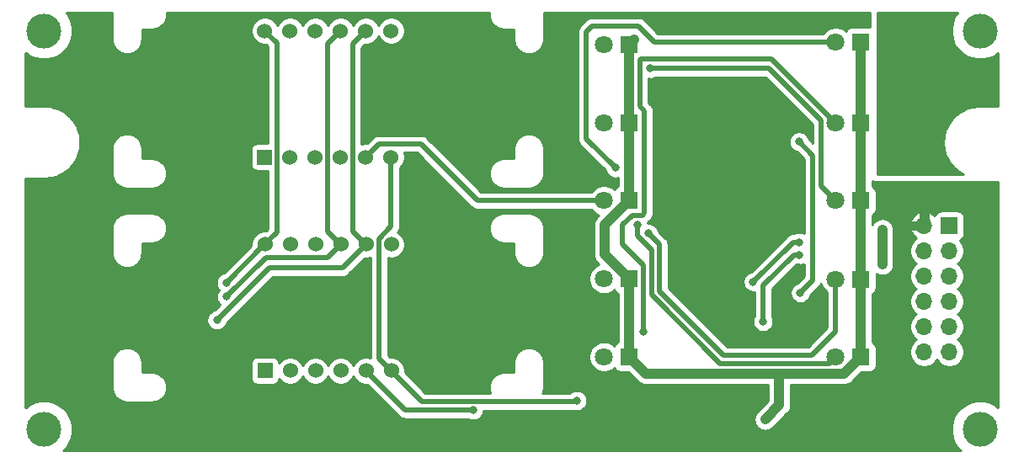
<source format=gbr>
G04 #@! TF.GenerationSoftware,KiCad,Pcbnew,(5.1.6-0-10_14)*
G04 #@! TF.CreationDate,2020-10-10T00:55:13+02:00*
G04 #@! TF.ProjectId,ka3005p_displaydriver,6b613330-3035-4705-9f64-6973706c6179,rev?*
G04 #@! TF.SameCoordinates,Original*
G04 #@! TF.FileFunction,Copper,L2,Bot*
G04 #@! TF.FilePolarity,Positive*
%FSLAX46Y46*%
G04 Gerber Fmt 4.6, Leading zero omitted, Abs format (unit mm)*
G04 Created by KiCad (PCBNEW (5.1.6-0-10_14)) date 2020-10-10 00:55:13*
%MOMM*%
%LPD*%
G01*
G04 APERTURE LIST*
G04 #@! TA.AperFunction,WasherPad*
%ADD10C,3.500000*%
G04 #@! TD*
G04 #@! TA.AperFunction,ComponentPad*
%ADD11C,1.524000*%
G04 #@! TD*
G04 #@! TA.AperFunction,ComponentPad*
%ADD12R,1.524000X1.524000*%
G04 #@! TD*
G04 #@! TA.AperFunction,ComponentPad*
%ADD13R,1.800000X1.800000*%
G04 #@! TD*
G04 #@! TA.AperFunction,ComponentPad*
%ADD14C,1.800000*%
G04 #@! TD*
G04 #@! TA.AperFunction,ComponentPad*
%ADD15R,1.700000X1.700000*%
G04 #@! TD*
G04 #@! TA.AperFunction,ComponentPad*
%ADD16O,1.700000X1.700000*%
G04 #@! TD*
G04 #@! TA.AperFunction,ViaPad*
%ADD17C,0.800000*%
G04 #@! TD*
G04 #@! TA.AperFunction,ViaPad*
%ADD18C,1.000000*%
G04 #@! TD*
G04 #@! TA.AperFunction,ViaPad*
%ADD19C,1.200000*%
G04 #@! TD*
G04 #@! TA.AperFunction,ViaPad*
%ADD20C,2.000000*%
G04 #@! TD*
G04 #@! TA.AperFunction,Conductor*
%ADD21C,0.500000*%
G04 #@! TD*
G04 #@! TA.AperFunction,Conductor*
%ADD22C,1.000000*%
G04 #@! TD*
G04 #@! TA.AperFunction,Conductor*
%ADD23C,0.254000*%
G04 #@! TD*
G04 APERTURE END LIST*
D10*
X102500000Y-112600000D03*
X196600000Y-112600000D03*
X196600000Y-72500000D03*
X102500000Y-72500000D03*
D11*
X137400000Y-72500000D03*
X134860000Y-72500000D03*
X132320000Y-72500000D03*
X129780000Y-72500000D03*
X127240000Y-72500000D03*
X124700000Y-72500000D03*
X137400000Y-85200000D03*
X134860000Y-85200000D03*
X132320000Y-85200000D03*
X129780000Y-85200000D03*
X127240000Y-85200000D03*
D12*
X124700000Y-85200000D03*
D11*
X137420000Y-94000000D03*
X134880000Y-94000000D03*
X132340000Y-94000000D03*
X129800000Y-94000000D03*
X127260000Y-94000000D03*
X124720000Y-94000000D03*
X137420000Y-106700000D03*
X134880000Y-106700000D03*
X132340000Y-106700000D03*
X129800000Y-106700000D03*
X127260000Y-106700000D03*
D12*
X124720000Y-106700000D03*
D13*
X161340000Y-81800000D03*
D14*
X158800000Y-81800000D03*
D13*
X184640000Y-73650000D03*
D14*
X182100000Y-73650000D03*
D13*
X184640000Y-97500000D03*
D14*
X182100000Y-97500000D03*
D13*
X161340000Y-105300000D03*
D14*
X158800000Y-105300000D03*
D13*
X184640000Y-89600000D03*
D14*
X182100000Y-89600000D03*
D13*
X161340000Y-89600000D03*
D14*
X158800000Y-89600000D03*
D13*
X161340000Y-73900000D03*
D14*
X158800000Y-73900000D03*
D13*
X184640000Y-81800000D03*
D14*
X182100000Y-81800000D03*
D13*
X184640000Y-105300000D03*
D14*
X182100000Y-105300000D03*
D15*
X193540000Y-92100000D03*
D16*
X191000000Y-92100000D03*
X193540000Y-94640000D03*
X191000000Y-94640000D03*
X193540000Y-97180000D03*
X191000000Y-97180000D03*
X193540000Y-99720000D03*
X191000000Y-99720000D03*
X193540000Y-102260000D03*
X191000000Y-102260000D03*
X193540000Y-104800000D03*
X191000000Y-104800000D03*
D14*
X158800000Y-97450000D03*
D13*
X161340000Y-97450000D03*
D17*
X159950000Y-86300000D03*
X145650000Y-110650000D03*
X163475010Y-76300000D03*
X162150000Y-92000011D03*
X163300000Y-92900000D03*
X162771759Y-102803241D03*
X173800000Y-97750000D03*
X178450000Y-93770000D03*
D18*
X183610000Y-109700000D03*
D17*
X178450000Y-96310000D03*
X179198952Y-109801048D03*
X170300000Y-86200000D03*
X174900000Y-109700000D03*
X178410000Y-81110000D03*
D18*
X179390000Y-103400000D03*
D17*
X166007542Y-109848061D03*
X170353241Y-109896759D03*
X170314953Y-101414953D03*
D18*
X187680000Y-90790000D03*
D17*
X120850000Y-97850000D03*
X120857976Y-99250000D03*
X119900000Y-101600000D03*
X156093735Y-109699990D03*
D19*
X192400000Y-71650000D03*
X189000000Y-71650000D03*
X190700000Y-71650000D03*
X190700000Y-73350000D03*
X189000000Y-73350000D03*
X187300000Y-73350000D03*
X190700000Y-75050000D03*
X192400000Y-75050000D03*
X189000000Y-75050000D03*
X187300000Y-75050000D03*
X190700000Y-76750000D03*
X192400000Y-76750000D03*
X189000000Y-76750000D03*
X187300000Y-76750000D03*
X190700000Y-78450000D03*
X192400000Y-78450000D03*
X189000000Y-78450000D03*
X187300000Y-78450000D03*
X195800000Y-76750000D03*
X194100000Y-76750000D03*
X195800000Y-78500000D03*
X194100000Y-78500000D03*
X197500000Y-78500000D03*
X187300000Y-71650000D03*
X194100000Y-75050000D03*
X192400000Y-73350000D03*
X197500000Y-76750000D03*
D20*
X191350000Y-83700000D03*
X188350000Y-83700000D03*
D18*
X186790000Y-92500000D03*
X186800000Y-96000010D03*
D17*
X178450000Y-95040000D03*
X174800000Y-101750000D03*
X178410000Y-83660000D03*
X178545000Y-98855000D03*
X175020000Y-111580000D03*
D21*
X182100000Y-73650000D02*
X164200000Y-73650000D01*
X157050000Y-72618614D02*
X157618614Y-72050000D01*
X163880002Y-73650000D02*
X164200000Y-73650000D01*
X162280002Y-72050000D02*
X163880002Y-73650000D01*
X157618614Y-72050000D02*
X162280002Y-72050000D01*
X157050000Y-83400000D02*
X157050000Y-81800000D01*
X159950000Y-86300000D02*
X157050000Y-83400000D01*
X157050000Y-81800000D02*
X157050000Y-72618614D01*
X136172001Y-83887999D02*
X134860000Y-85200000D01*
X136172001Y-83887999D02*
X140387999Y-83887999D01*
X146100000Y-89600000D02*
X158800000Y-89600000D01*
X140387999Y-83887999D02*
X146100000Y-89600000D01*
X138810000Y-110650000D02*
X134860000Y-106700000D01*
X138810000Y-110650000D02*
X145650000Y-110650000D01*
X180649999Y-88149999D02*
X180649999Y-81549999D01*
X180649999Y-81549999D02*
X175400000Y-76300000D01*
X182100000Y-89600000D02*
X180649999Y-88149999D01*
X163475010Y-76300000D02*
X175400000Y-76300000D01*
X181450000Y-105950000D02*
X182100000Y-105300000D01*
X170500000Y-105950000D02*
X181450000Y-105950000D01*
X162150000Y-93100000D02*
X163590012Y-94540012D01*
X163590012Y-99040012D02*
X170500000Y-105950000D01*
X163590012Y-94540012D02*
X163590012Y-99040012D01*
X162150000Y-92000011D02*
X162150000Y-93100000D01*
X182100000Y-97500000D02*
X181806002Y-97500000D01*
X182100000Y-102750000D02*
X182100000Y-97500000D01*
X170849990Y-105149990D02*
X179700010Y-105149990D01*
X164390023Y-93990023D02*
X164390023Y-98690023D01*
X179700010Y-105149990D02*
X182100000Y-102750000D01*
X164390023Y-98690023D02*
X170849990Y-105149990D01*
X163300000Y-92900000D02*
X164390023Y-93990023D01*
X182100000Y-81800000D02*
X175600000Y-75300000D01*
X162790001Y-102784999D02*
X162771759Y-102803241D01*
X175600000Y-75300000D02*
X162550000Y-75300000D01*
X160675000Y-92025000D02*
X160675000Y-93994998D01*
X162425000Y-75425000D02*
X162425000Y-80094998D01*
X162425000Y-80094998D02*
X162875000Y-80544998D01*
X160675000Y-93994998D02*
X162790001Y-96109999D01*
X162550000Y-75300000D02*
X162425000Y-75425000D01*
X162680001Y-91050001D02*
X161649999Y-91050001D01*
X162790001Y-96109999D02*
X162790001Y-102784999D01*
X161649999Y-91050001D02*
X160675000Y-92025000D01*
X162875000Y-90855002D02*
X162680001Y-91050001D01*
X162875000Y-80544998D02*
X162875000Y-90855002D01*
X178435000Y-93775000D02*
X178450000Y-93760000D01*
X178450000Y-93770000D02*
X177830000Y-93770000D01*
X177830000Y-93770000D02*
X173800000Y-97800000D01*
X125912001Y-73712001D02*
X125912001Y-92787999D01*
X125912001Y-92787999D02*
X124700000Y-94000000D01*
X124700000Y-72500000D02*
X125912001Y-73712001D01*
X124700000Y-94000000D02*
X124720000Y-94000000D01*
X120850000Y-97850000D02*
X124700000Y-94000000D01*
X130992001Y-92672001D02*
X132320000Y-94000000D01*
X130992001Y-73827999D02*
X130992001Y-92672001D01*
X132320000Y-72500000D02*
X130992001Y-73827999D01*
X132340000Y-94000000D02*
X131027999Y-95312001D01*
X124795975Y-95312001D02*
X131027999Y-95312001D01*
X120857976Y-99250000D02*
X124795975Y-95312001D01*
X133532001Y-92672001D02*
X133532001Y-73827999D01*
X133532001Y-73827999D02*
X134860000Y-72500000D01*
X134860000Y-94000000D02*
X133532001Y-92672001D01*
X132517986Y-96362013D02*
X125137987Y-96362013D01*
X134880000Y-94000000D02*
X132517986Y-96362013D01*
X119900000Y-101600000D02*
X125137987Y-96362013D01*
X136187999Y-93418239D02*
X136187999Y-105487999D01*
X137400000Y-92206238D02*
X136187999Y-93418239D01*
X137400000Y-85200000D02*
X137400000Y-92206238D01*
X136187999Y-105487999D02*
X137400000Y-106700000D01*
X137400000Y-106700000D02*
X140500000Y-109800000D01*
X140500000Y-109800000D02*
X156000000Y-109800000D01*
D22*
X186800000Y-92510000D02*
X186790000Y-92500000D01*
X186800000Y-96000010D02*
X186800000Y-92510000D01*
D21*
X178450000Y-95040000D02*
X177884315Y-95040000D01*
X177884315Y-95040000D02*
X174800000Y-98124315D01*
X174800000Y-98124315D02*
X174800000Y-101750000D01*
X178410000Y-83660000D02*
X179825000Y-85075000D01*
X179825000Y-97575000D02*
X178545000Y-98855000D01*
X179825000Y-85075000D02*
X179825000Y-97575000D01*
D22*
X161340000Y-73900000D02*
X161865011Y-73374989D01*
X161340000Y-73900000D02*
X161340000Y-89600000D01*
X161340000Y-105300000D02*
X161340000Y-97450000D01*
X161340000Y-89600000D02*
X161325000Y-89600000D01*
X161325000Y-89600000D02*
X158875000Y-92050000D01*
X158875000Y-94985000D02*
X161340000Y-97450000D01*
X158875000Y-92050000D02*
X158875000Y-94985000D01*
X182939999Y-107000001D02*
X184640000Y-105300000D01*
X161340000Y-105300000D02*
X163040001Y-107000001D01*
X176425000Y-107000002D02*
X176425001Y-107000001D01*
X176425000Y-110175000D02*
X176425000Y-107000002D01*
X176425001Y-107000001D02*
X182939999Y-107000001D01*
X163040001Y-107000001D02*
X176425001Y-107000001D01*
X176425000Y-110175000D02*
X175020000Y-111580000D01*
X184640000Y-73650000D02*
X184640000Y-105300000D01*
D23*
G36*
X194365288Y-70666019D02*
G01*
X194050435Y-71137229D01*
X193833561Y-71660810D01*
X193723000Y-72216640D01*
X193723000Y-72783360D01*
X193833561Y-73339190D01*
X194050435Y-73862771D01*
X194365288Y-74333981D01*
X194766019Y-74734712D01*
X195237229Y-75049565D01*
X195760810Y-75266439D01*
X196316640Y-75377000D01*
X196883360Y-75377000D01*
X197439190Y-75266439D01*
X197962771Y-75049565D01*
X198433981Y-74734712D01*
X198440000Y-74728693D01*
X198440001Y-80050000D01*
X196567581Y-80050000D01*
X196565287Y-80050226D01*
X196553512Y-80050308D01*
X196523691Y-80053442D01*
X196493708Y-80053442D01*
X196484543Y-80054405D01*
X195902695Y-80119670D01*
X195844192Y-80132106D01*
X195785504Y-80143726D01*
X195776701Y-80146451D01*
X195218610Y-80323488D01*
X195163602Y-80347065D01*
X195108322Y-80369849D01*
X195100216Y-80374232D01*
X194587141Y-80656298D01*
X194537795Y-80690086D01*
X194487960Y-80723196D01*
X194480859Y-80729070D01*
X194032342Y-81105420D01*
X193990479Y-81148170D01*
X193948043Y-81190310D01*
X193942219Y-81197451D01*
X193575344Y-81653751D01*
X193542596Y-81703796D01*
X193509139Y-81753397D01*
X193504813Y-81761534D01*
X193233554Y-82280404D01*
X193211158Y-82335836D01*
X193187964Y-82391012D01*
X193185301Y-82399834D01*
X193019991Y-82961511D01*
X193008790Y-83020230D01*
X192996753Y-83078867D01*
X192995854Y-83088038D01*
X192942789Y-83671127D01*
X192943207Y-83730944D01*
X192942789Y-83790761D01*
X192943689Y-83799933D01*
X193004889Y-84382222D01*
X193016921Y-84440832D01*
X193028127Y-84499580D01*
X193030791Y-84508402D01*
X193203928Y-85067715D01*
X193227098Y-85122833D01*
X193249516Y-85178322D01*
X193253843Y-85186458D01*
X193532319Y-85701490D01*
X193565757Y-85751064D01*
X193598524Y-85801138D01*
X193604348Y-85808279D01*
X193977558Y-86259412D01*
X194020029Y-86301588D01*
X194061857Y-86344301D01*
X194068957Y-86350175D01*
X194522686Y-86720227D01*
X194572494Y-86753320D01*
X194621868Y-86787127D01*
X194629974Y-86791510D01*
X194971308Y-86973000D01*
X186277000Y-86973000D01*
X186277000Y-70660000D01*
X194371307Y-70660000D01*
X194365288Y-70666019D01*
G37*
X194365288Y-70666019D02*
X194050435Y-71137229D01*
X193833561Y-71660810D01*
X193723000Y-72216640D01*
X193723000Y-72783360D01*
X193833561Y-73339190D01*
X194050435Y-73862771D01*
X194365288Y-74333981D01*
X194766019Y-74734712D01*
X195237229Y-75049565D01*
X195760810Y-75266439D01*
X196316640Y-75377000D01*
X196883360Y-75377000D01*
X197439190Y-75266439D01*
X197962771Y-75049565D01*
X198433981Y-74734712D01*
X198440000Y-74728693D01*
X198440001Y-80050000D01*
X196567581Y-80050000D01*
X196565287Y-80050226D01*
X196553512Y-80050308D01*
X196523691Y-80053442D01*
X196493708Y-80053442D01*
X196484543Y-80054405D01*
X195902695Y-80119670D01*
X195844192Y-80132106D01*
X195785504Y-80143726D01*
X195776701Y-80146451D01*
X195218610Y-80323488D01*
X195163602Y-80347065D01*
X195108322Y-80369849D01*
X195100216Y-80374232D01*
X194587141Y-80656298D01*
X194537795Y-80690086D01*
X194487960Y-80723196D01*
X194480859Y-80729070D01*
X194032342Y-81105420D01*
X193990479Y-81148170D01*
X193948043Y-81190310D01*
X193942219Y-81197451D01*
X193575344Y-81653751D01*
X193542596Y-81703796D01*
X193509139Y-81753397D01*
X193504813Y-81761534D01*
X193233554Y-82280404D01*
X193211158Y-82335836D01*
X193187964Y-82391012D01*
X193185301Y-82399834D01*
X193019991Y-82961511D01*
X193008790Y-83020230D01*
X192996753Y-83078867D01*
X192995854Y-83088038D01*
X192942789Y-83671127D01*
X192943207Y-83730944D01*
X192942789Y-83790761D01*
X192943689Y-83799933D01*
X193004889Y-84382222D01*
X193016921Y-84440832D01*
X193028127Y-84499580D01*
X193030791Y-84508402D01*
X193203928Y-85067715D01*
X193227098Y-85122833D01*
X193249516Y-85178322D01*
X193253843Y-85186458D01*
X193532319Y-85701490D01*
X193565757Y-85751064D01*
X193598524Y-85801138D01*
X193604348Y-85808279D01*
X193977558Y-86259412D01*
X194020029Y-86301588D01*
X194061857Y-86344301D01*
X194068957Y-86350175D01*
X194522686Y-86720227D01*
X194572494Y-86753320D01*
X194621868Y-86787127D01*
X194629974Y-86791510D01*
X194971308Y-86973000D01*
X186277000Y-86973000D01*
X186277000Y-70660000D01*
X194371307Y-70660000D01*
X194365288Y-70666019D01*
G36*
X109340001Y-73382419D02*
G01*
X109343233Y-73415234D01*
X109343233Y-73426274D01*
X109344196Y-73435439D01*
X109362688Y-73600296D01*
X109375124Y-73658803D01*
X109386743Y-73717484D01*
X109389469Y-73726287D01*
X109439629Y-73884413D01*
X109463170Y-73939338D01*
X109485990Y-73994704D01*
X109490374Y-74002810D01*
X109570293Y-74148181D01*
X109604069Y-74197510D01*
X109637189Y-74247360D01*
X109643063Y-74254460D01*
X109749695Y-74381540D01*
X109792442Y-74423401D01*
X109834586Y-74465841D01*
X109841727Y-74471665D01*
X109971012Y-74575613D01*
X110021093Y-74608384D01*
X110070661Y-74641819D01*
X110078797Y-74646145D01*
X110225811Y-74723001D01*
X110281253Y-74745401D01*
X110336417Y-74768590D01*
X110345237Y-74771252D01*
X110345241Y-74771254D01*
X110345245Y-74771255D01*
X110504380Y-74818091D01*
X110563121Y-74829296D01*
X110621738Y-74841329D01*
X110630909Y-74842228D01*
X110796117Y-74857263D01*
X110855934Y-74856845D01*
X110915750Y-74857263D01*
X110924922Y-74856364D01*
X111089904Y-74839024D01*
X111148536Y-74826989D01*
X111207260Y-74815787D01*
X111216080Y-74813124D01*
X111216086Y-74813122D01*
X111374554Y-74764068D01*
X111429692Y-74740890D01*
X111485164Y-74718478D01*
X111493300Y-74714152D01*
X111639226Y-74635250D01*
X111688795Y-74601815D01*
X111738873Y-74569045D01*
X111746014Y-74563220D01*
X111873836Y-74457477D01*
X111915975Y-74415043D01*
X111958724Y-74373180D01*
X111964598Y-74366079D01*
X112069446Y-74237523D01*
X112102540Y-74187712D01*
X112136346Y-74138340D01*
X112140729Y-74130234D01*
X112218610Y-73983761D01*
X112241403Y-73928460D01*
X112264970Y-73873475D01*
X112267695Y-73864671D01*
X112315643Y-73705861D01*
X112327263Y-73647176D01*
X112339699Y-73588668D01*
X112340662Y-73579503D01*
X112356850Y-73414404D01*
X112356850Y-73414402D01*
X112360000Y-73382419D01*
X112360000Y-72360000D01*
X113382419Y-72360000D01*
X113410576Y-72357227D01*
X113415750Y-72357263D01*
X113424922Y-72356364D01*
X113589904Y-72339024D01*
X113648536Y-72326989D01*
X113707260Y-72315787D01*
X113716080Y-72313124D01*
X113716086Y-72313122D01*
X113874554Y-72264068D01*
X113929692Y-72240890D01*
X113985164Y-72218478D01*
X113993300Y-72214152D01*
X114139226Y-72135250D01*
X114188795Y-72101815D01*
X114238873Y-72069045D01*
X114246014Y-72063220D01*
X114373836Y-71957477D01*
X114415975Y-71915043D01*
X114458724Y-71873180D01*
X114464598Y-71866079D01*
X114569446Y-71737523D01*
X114602540Y-71687712D01*
X114636346Y-71638340D01*
X114640729Y-71630234D01*
X114718610Y-71483761D01*
X114741403Y-71428460D01*
X114764970Y-71373475D01*
X114767695Y-71364671D01*
X114815643Y-71205861D01*
X114827263Y-71147176D01*
X114839699Y-71088668D01*
X114840662Y-71079503D01*
X114856850Y-70914404D01*
X114856850Y-70914402D01*
X114860000Y-70882419D01*
X114860000Y-70660000D01*
X147240000Y-70660000D01*
X147240000Y-70882419D01*
X147242773Y-70910573D01*
X147242737Y-70915750D01*
X147243636Y-70924922D01*
X147260976Y-71089904D01*
X147273011Y-71148536D01*
X147284213Y-71207260D01*
X147286877Y-71216082D01*
X147335932Y-71374554D01*
X147359110Y-71429692D01*
X147381522Y-71485164D01*
X147385848Y-71493300D01*
X147464750Y-71639226D01*
X147498185Y-71688795D01*
X147530955Y-71738873D01*
X147536780Y-71746014D01*
X147642523Y-71873836D01*
X147684957Y-71915975D01*
X147726820Y-71958724D01*
X147733921Y-71964598D01*
X147862477Y-72069446D01*
X147912288Y-72102540D01*
X147961660Y-72136346D01*
X147969766Y-72140729D01*
X148116239Y-72218610D01*
X148171540Y-72241403D01*
X148226525Y-72264970D01*
X148235329Y-72267695D01*
X148394139Y-72315643D01*
X148452824Y-72327263D01*
X148511332Y-72339699D01*
X148520495Y-72340662D01*
X148520497Y-72340662D01*
X148685596Y-72356850D01*
X148685598Y-72356850D01*
X148717581Y-72360000D01*
X149740000Y-72360000D01*
X149740001Y-73382419D01*
X149743233Y-73415234D01*
X149743233Y-73426274D01*
X149744196Y-73435439D01*
X149762688Y-73600296D01*
X149775124Y-73658803D01*
X149786743Y-73717484D01*
X149789469Y-73726287D01*
X149839629Y-73884413D01*
X149863170Y-73939338D01*
X149885990Y-73994704D01*
X149890374Y-74002810D01*
X149970293Y-74148181D01*
X150004069Y-74197510D01*
X150037189Y-74247360D01*
X150043063Y-74254460D01*
X150149695Y-74381540D01*
X150192442Y-74423401D01*
X150234586Y-74465841D01*
X150241727Y-74471665D01*
X150371012Y-74575613D01*
X150421093Y-74608384D01*
X150470661Y-74641819D01*
X150478797Y-74646145D01*
X150625811Y-74723001D01*
X150681253Y-74745401D01*
X150736417Y-74768590D01*
X150745237Y-74771252D01*
X150745241Y-74771254D01*
X150745245Y-74771255D01*
X150904380Y-74818091D01*
X150963121Y-74829296D01*
X151021738Y-74841329D01*
X151030909Y-74842228D01*
X151196117Y-74857263D01*
X151255934Y-74856845D01*
X151315750Y-74857263D01*
X151324922Y-74856364D01*
X151489904Y-74839024D01*
X151548536Y-74826989D01*
X151607260Y-74815787D01*
X151616080Y-74813124D01*
X151616086Y-74813122D01*
X151774554Y-74764068D01*
X151829692Y-74740890D01*
X151885164Y-74718478D01*
X151893300Y-74714152D01*
X152039226Y-74635250D01*
X152088795Y-74601815D01*
X152138873Y-74569045D01*
X152146014Y-74563220D01*
X152273836Y-74457477D01*
X152315975Y-74415043D01*
X152358724Y-74373180D01*
X152364598Y-74366079D01*
X152469446Y-74237523D01*
X152502540Y-74187712D01*
X152536346Y-74138340D01*
X152540729Y-74130234D01*
X152618610Y-73983761D01*
X152641403Y-73928460D01*
X152664970Y-73873475D01*
X152667695Y-73864671D01*
X152715643Y-73705861D01*
X152727263Y-73647176D01*
X152739699Y-73588668D01*
X152740662Y-73579503D01*
X152756850Y-73414404D01*
X152756850Y-73414402D01*
X152760000Y-73382419D01*
X152760000Y-70660000D01*
X185515000Y-70660000D01*
X185515000Y-72111928D01*
X183740000Y-72111928D01*
X183615518Y-72124188D01*
X183495820Y-72160498D01*
X183385506Y-72219463D01*
X183288815Y-72298815D01*
X183209463Y-72395506D01*
X183150498Y-72505820D01*
X183144944Y-72524127D01*
X183078505Y-72457688D01*
X182827095Y-72289701D01*
X182547743Y-72173989D01*
X182251184Y-72115000D01*
X181948816Y-72115000D01*
X181652257Y-72173989D01*
X181372905Y-72289701D01*
X181121495Y-72457688D01*
X180907688Y-72671495D01*
X180845210Y-72765000D01*
X164246581Y-72765000D01*
X162936536Y-71454956D01*
X162908819Y-71421183D01*
X162774061Y-71310589D01*
X162620315Y-71228411D01*
X162453492Y-71177805D01*
X162323479Y-71165000D01*
X162323471Y-71165000D01*
X162280002Y-71160719D01*
X162236533Y-71165000D01*
X157662083Y-71165000D01*
X157618614Y-71160719D01*
X157575145Y-71165000D01*
X157575137Y-71165000D01*
X157445124Y-71177805D01*
X157278300Y-71228411D01*
X157200017Y-71270254D01*
X157124555Y-71310589D01*
X156989797Y-71421183D01*
X156962080Y-71454956D01*
X156454952Y-71962084D01*
X156421184Y-71989797D01*
X156393471Y-72023565D01*
X156393468Y-72023568D01*
X156310590Y-72124555D01*
X156228412Y-72278301D01*
X156177805Y-72445124D01*
X156160719Y-72618614D01*
X156165001Y-72662093D01*
X156165000Y-81843476D01*
X156165001Y-81843486D01*
X156165000Y-83356531D01*
X156160719Y-83400000D01*
X156165000Y-83443469D01*
X156165000Y-83443476D01*
X156172296Y-83517552D01*
X156177805Y-83573490D01*
X156180057Y-83580912D01*
X156228411Y-83740312D01*
X156310589Y-83894058D01*
X156421183Y-84028817D01*
X156454956Y-84056534D01*
X158943465Y-86545044D01*
X158954774Y-86601898D01*
X159032795Y-86790256D01*
X159146063Y-86959774D01*
X159290226Y-87103937D01*
X159459744Y-87217205D01*
X159648102Y-87295226D01*
X159848061Y-87335000D01*
X160051939Y-87335000D01*
X160205001Y-87304554D01*
X160205001Y-88107713D01*
X160195820Y-88110498D01*
X160085506Y-88169463D01*
X159988815Y-88248815D01*
X159909463Y-88345506D01*
X159850498Y-88455820D01*
X159844944Y-88474127D01*
X159778505Y-88407688D01*
X159527095Y-88239701D01*
X159247743Y-88123989D01*
X158951184Y-88065000D01*
X158648816Y-88065000D01*
X158352257Y-88123989D01*
X158072905Y-88239701D01*
X157821495Y-88407688D01*
X157607688Y-88621495D01*
X157545210Y-88715000D01*
X146466579Y-88715000D01*
X144547696Y-86796117D01*
X147242737Y-86796117D01*
X147243155Y-86855934D01*
X147242737Y-86915750D01*
X147243636Y-86924922D01*
X147260976Y-87089904D01*
X147273011Y-87148536D01*
X147284213Y-87207260D01*
X147286877Y-87216082D01*
X147335932Y-87374554D01*
X147359110Y-87429692D01*
X147381522Y-87485164D01*
X147385848Y-87493300D01*
X147464750Y-87639226D01*
X147498185Y-87688795D01*
X147530955Y-87738873D01*
X147536780Y-87746014D01*
X147642523Y-87873836D01*
X147684957Y-87915975D01*
X147726820Y-87958724D01*
X147733921Y-87964598D01*
X147862477Y-88069446D01*
X147912288Y-88102540D01*
X147961660Y-88136346D01*
X147969766Y-88140729D01*
X148116239Y-88218610D01*
X148171540Y-88241403D01*
X148226525Y-88264970D01*
X148235329Y-88267695D01*
X148394139Y-88315643D01*
X148452824Y-88327263D01*
X148511332Y-88339699D01*
X148520495Y-88340662D01*
X148520497Y-88340662D01*
X148685596Y-88356850D01*
X148685598Y-88356850D01*
X148717581Y-88360000D01*
X151282419Y-88360000D01*
X151310576Y-88357227D01*
X151315750Y-88357263D01*
X151324922Y-88356364D01*
X151489904Y-88339024D01*
X151548536Y-88326989D01*
X151607260Y-88315787D01*
X151616080Y-88313124D01*
X151616086Y-88313122D01*
X151774554Y-88264068D01*
X151829692Y-88240890D01*
X151885164Y-88218478D01*
X151893300Y-88214152D01*
X152039226Y-88135250D01*
X152088795Y-88101815D01*
X152138873Y-88069045D01*
X152146014Y-88063220D01*
X152273836Y-87957477D01*
X152315975Y-87915043D01*
X152358724Y-87873180D01*
X152364598Y-87866079D01*
X152469446Y-87737523D01*
X152502540Y-87687712D01*
X152536346Y-87638340D01*
X152540729Y-87630234D01*
X152618610Y-87483761D01*
X152641403Y-87428460D01*
X152664970Y-87373475D01*
X152667695Y-87364671D01*
X152715643Y-87205861D01*
X152727263Y-87147176D01*
X152739699Y-87088668D01*
X152740662Y-87079503D01*
X152756850Y-86914404D01*
X152756850Y-86914402D01*
X152760000Y-86882419D01*
X152760000Y-84317581D01*
X152756767Y-84284755D01*
X152756767Y-84273726D01*
X152755804Y-84264561D01*
X152737312Y-84099704D01*
X152724876Y-84041197D01*
X152713257Y-83982516D01*
X152710531Y-83973713D01*
X152660371Y-83815587D01*
X152636815Y-83760626D01*
X152614010Y-83705296D01*
X152609626Y-83697190D01*
X152529707Y-83551819D01*
X152495924Y-83502481D01*
X152462811Y-83452641D01*
X152456937Y-83445540D01*
X152350305Y-83318460D01*
X152307577Y-83276618D01*
X152265415Y-83234159D01*
X152258273Y-83228335D01*
X152128988Y-83124387D01*
X152078941Y-83091637D01*
X152029340Y-83058181D01*
X152021203Y-83053855D01*
X151874190Y-82976999D01*
X151818734Y-82954594D01*
X151763583Y-82931410D01*
X151754761Y-82928747D01*
X151754759Y-82928746D01*
X151754755Y-82928745D01*
X151595619Y-82881909D01*
X151536893Y-82870707D01*
X151478263Y-82858671D01*
X151469091Y-82857772D01*
X151303883Y-82842737D01*
X151244067Y-82843155D01*
X151184250Y-82842737D01*
X151175079Y-82843636D01*
X151010096Y-82860976D01*
X150951503Y-82873004D01*
X150892740Y-82884213D01*
X150883918Y-82886877D01*
X150725446Y-82935932D01*
X150670319Y-82959105D01*
X150614836Y-82981522D01*
X150606699Y-82985848D01*
X150460774Y-83064750D01*
X150411205Y-83098185D01*
X150361127Y-83130955D01*
X150353986Y-83136780D01*
X150226165Y-83242523D01*
X150184045Y-83284938D01*
X150141276Y-83326820D01*
X150135402Y-83333921D01*
X150030554Y-83462477D01*
X149997460Y-83512288D01*
X149963654Y-83561660D01*
X149959272Y-83569766D01*
X149881390Y-83716239D01*
X149858591Y-83771554D01*
X149835030Y-83826526D01*
X149832305Y-83835329D01*
X149784357Y-83994140D01*
X149772732Y-84052849D01*
X149760301Y-84111332D01*
X149759338Y-84120496D01*
X149743150Y-84285596D01*
X149740000Y-84317582D01*
X149740001Y-85340000D01*
X148717581Y-85340000D01*
X148684755Y-85343233D01*
X148673726Y-85343233D01*
X148664561Y-85344196D01*
X148499704Y-85362688D01*
X148441197Y-85375124D01*
X148382516Y-85386743D01*
X148373713Y-85389469D01*
X148373712Y-85389469D01*
X148373709Y-85389470D01*
X148373707Y-85389471D01*
X148215587Y-85439629D01*
X148160626Y-85463185D01*
X148105296Y-85485990D01*
X148097196Y-85490371D01*
X148097193Y-85490372D01*
X148097190Y-85490374D01*
X147951819Y-85570293D01*
X147902481Y-85604076D01*
X147852641Y-85637189D01*
X147845540Y-85643063D01*
X147718460Y-85749695D01*
X147676618Y-85792423D01*
X147634159Y-85834585D01*
X147628335Y-85841727D01*
X147524387Y-85971012D01*
X147491654Y-86021034D01*
X147458181Y-86070660D01*
X147453855Y-86078797D01*
X147376999Y-86225810D01*
X147354594Y-86281266D01*
X147331410Y-86336417D01*
X147328747Y-86345239D01*
X147281909Y-86504381D01*
X147270707Y-86563107D01*
X147258671Y-86621737D01*
X147257772Y-86630909D01*
X147242737Y-86796117D01*
X144547696Y-86796117D01*
X141044533Y-83292955D01*
X141016816Y-83259182D01*
X140882058Y-83148588D01*
X140728312Y-83066410D01*
X140561489Y-83015804D01*
X140431476Y-83002999D01*
X140431468Y-83002999D01*
X140387999Y-82998718D01*
X140344530Y-83002999D01*
X136215470Y-83002999D01*
X136172001Y-82998718D01*
X136128532Y-83002999D01*
X136128524Y-83002999D01*
X136008360Y-83014834D01*
X135998511Y-83015804D01*
X135831687Y-83066410D01*
X135677942Y-83148588D01*
X135576954Y-83231467D01*
X135576952Y-83231469D01*
X135543184Y-83259182D01*
X135515471Y-83292950D01*
X135004122Y-83804299D01*
X134997592Y-83803000D01*
X134722408Y-83803000D01*
X134452510Y-83856686D01*
X134417001Y-83871394D01*
X134417001Y-74194577D01*
X134715877Y-73895701D01*
X134722408Y-73897000D01*
X134997592Y-73897000D01*
X135267490Y-73843314D01*
X135521727Y-73738005D01*
X135750535Y-73585120D01*
X135945120Y-73390535D01*
X136098005Y-73161727D01*
X136130000Y-73084485D01*
X136161995Y-73161727D01*
X136314880Y-73390535D01*
X136509465Y-73585120D01*
X136738273Y-73738005D01*
X136992510Y-73843314D01*
X137262408Y-73897000D01*
X137537592Y-73897000D01*
X137807490Y-73843314D01*
X138061727Y-73738005D01*
X138290535Y-73585120D01*
X138485120Y-73390535D01*
X138638005Y-73161727D01*
X138743314Y-72907490D01*
X138797000Y-72637592D01*
X138797000Y-72362408D01*
X138743314Y-72092510D01*
X138638005Y-71838273D01*
X138485120Y-71609465D01*
X138290535Y-71414880D01*
X138061727Y-71261995D01*
X137807490Y-71156686D01*
X137537592Y-71103000D01*
X137262408Y-71103000D01*
X136992510Y-71156686D01*
X136738273Y-71261995D01*
X136509465Y-71414880D01*
X136314880Y-71609465D01*
X136161995Y-71838273D01*
X136130000Y-71915515D01*
X136098005Y-71838273D01*
X135945120Y-71609465D01*
X135750535Y-71414880D01*
X135521727Y-71261995D01*
X135267490Y-71156686D01*
X134997592Y-71103000D01*
X134722408Y-71103000D01*
X134452510Y-71156686D01*
X134198273Y-71261995D01*
X133969465Y-71414880D01*
X133774880Y-71609465D01*
X133621995Y-71838273D01*
X133590000Y-71915515D01*
X133558005Y-71838273D01*
X133405120Y-71609465D01*
X133210535Y-71414880D01*
X132981727Y-71261995D01*
X132727490Y-71156686D01*
X132457592Y-71103000D01*
X132182408Y-71103000D01*
X131912510Y-71156686D01*
X131658273Y-71261995D01*
X131429465Y-71414880D01*
X131234880Y-71609465D01*
X131081995Y-71838273D01*
X131050000Y-71915515D01*
X131018005Y-71838273D01*
X130865120Y-71609465D01*
X130670535Y-71414880D01*
X130441727Y-71261995D01*
X130187490Y-71156686D01*
X129917592Y-71103000D01*
X129642408Y-71103000D01*
X129372510Y-71156686D01*
X129118273Y-71261995D01*
X128889465Y-71414880D01*
X128694880Y-71609465D01*
X128541995Y-71838273D01*
X128510000Y-71915515D01*
X128478005Y-71838273D01*
X128325120Y-71609465D01*
X128130535Y-71414880D01*
X127901727Y-71261995D01*
X127647490Y-71156686D01*
X127377592Y-71103000D01*
X127102408Y-71103000D01*
X126832510Y-71156686D01*
X126578273Y-71261995D01*
X126349465Y-71414880D01*
X126154880Y-71609465D01*
X126001995Y-71838273D01*
X125970000Y-71915515D01*
X125938005Y-71838273D01*
X125785120Y-71609465D01*
X125590535Y-71414880D01*
X125361727Y-71261995D01*
X125107490Y-71156686D01*
X124837592Y-71103000D01*
X124562408Y-71103000D01*
X124292510Y-71156686D01*
X124038273Y-71261995D01*
X123809465Y-71414880D01*
X123614880Y-71609465D01*
X123461995Y-71838273D01*
X123356686Y-72092510D01*
X123303000Y-72362408D01*
X123303000Y-72637592D01*
X123356686Y-72907490D01*
X123461995Y-73161727D01*
X123614880Y-73390535D01*
X123809465Y-73585120D01*
X124038273Y-73738005D01*
X124292510Y-73843314D01*
X124562408Y-73897000D01*
X124837592Y-73897000D01*
X124844122Y-73895701D01*
X125027001Y-74078580D01*
X125027002Y-83799928D01*
X123938000Y-83799928D01*
X123813518Y-83812188D01*
X123693820Y-83848498D01*
X123583506Y-83907463D01*
X123486815Y-83986815D01*
X123407463Y-84083506D01*
X123348498Y-84193820D01*
X123312188Y-84313518D01*
X123299928Y-84438000D01*
X123299928Y-85962000D01*
X123312188Y-86086482D01*
X123348498Y-86206180D01*
X123407463Y-86316494D01*
X123486815Y-86413185D01*
X123583506Y-86492537D01*
X123693820Y-86551502D01*
X123813518Y-86587812D01*
X123938000Y-86600072D01*
X125027002Y-86600072D01*
X125027002Y-92421419D01*
X124845421Y-92603000D01*
X124582408Y-92603000D01*
X124312510Y-92656686D01*
X124058273Y-92761995D01*
X123829465Y-92914880D01*
X123634880Y-93109465D01*
X123481995Y-93338273D01*
X123376686Y-93592510D01*
X123323000Y-93862408D01*
X123323000Y-94125421D01*
X120604957Y-96843465D01*
X120548102Y-96854774D01*
X120359744Y-96932795D01*
X120190226Y-97046063D01*
X120046063Y-97190226D01*
X119932795Y-97359744D01*
X119854774Y-97548102D01*
X119815000Y-97748061D01*
X119815000Y-97951939D01*
X119854774Y-98151898D01*
X119932795Y-98340256D01*
X120046063Y-98509774D01*
X120090277Y-98553988D01*
X120054039Y-98590226D01*
X119940771Y-98759744D01*
X119862750Y-98948102D01*
X119822976Y-99148061D01*
X119822976Y-99351939D01*
X119862750Y-99551898D01*
X119940771Y-99740256D01*
X120054039Y-99909774D01*
X120196343Y-100052078D01*
X119654957Y-100593465D01*
X119598102Y-100604774D01*
X119409744Y-100682795D01*
X119240226Y-100796063D01*
X119096063Y-100940226D01*
X118982795Y-101109744D01*
X118904774Y-101298102D01*
X118865000Y-101498061D01*
X118865000Y-101701939D01*
X118904774Y-101901898D01*
X118982795Y-102090256D01*
X119096063Y-102259774D01*
X119240226Y-102403937D01*
X119409744Y-102517205D01*
X119598102Y-102595226D01*
X119798061Y-102635000D01*
X120001939Y-102635000D01*
X120201898Y-102595226D01*
X120390256Y-102517205D01*
X120559774Y-102403937D01*
X120703937Y-102259774D01*
X120817205Y-102090256D01*
X120895226Y-101901898D01*
X120906535Y-101845043D01*
X125504566Y-97247013D01*
X132474520Y-97247013D01*
X132517986Y-97251294D01*
X132561455Y-97247013D01*
X132561463Y-97247013D01*
X132691476Y-97234208D01*
X132858299Y-97183602D01*
X133012045Y-97101424D01*
X133146803Y-96990830D01*
X133174520Y-96957057D01*
X134735877Y-95395701D01*
X134742408Y-95397000D01*
X135017592Y-95397000D01*
X135287490Y-95343314D01*
X135302999Y-95336890D01*
X135303000Y-105363110D01*
X135287490Y-105356686D01*
X135017592Y-105303000D01*
X134742408Y-105303000D01*
X134472510Y-105356686D01*
X134218273Y-105461995D01*
X133989465Y-105614880D01*
X133794880Y-105809465D01*
X133641995Y-106038273D01*
X133610000Y-106115515D01*
X133578005Y-106038273D01*
X133425120Y-105809465D01*
X133230535Y-105614880D01*
X133001727Y-105461995D01*
X132747490Y-105356686D01*
X132477592Y-105303000D01*
X132202408Y-105303000D01*
X131932510Y-105356686D01*
X131678273Y-105461995D01*
X131449465Y-105614880D01*
X131254880Y-105809465D01*
X131101995Y-106038273D01*
X131070000Y-106115515D01*
X131038005Y-106038273D01*
X130885120Y-105809465D01*
X130690535Y-105614880D01*
X130461727Y-105461995D01*
X130207490Y-105356686D01*
X129937592Y-105303000D01*
X129662408Y-105303000D01*
X129392510Y-105356686D01*
X129138273Y-105461995D01*
X128909465Y-105614880D01*
X128714880Y-105809465D01*
X128561995Y-106038273D01*
X128530000Y-106115515D01*
X128498005Y-106038273D01*
X128345120Y-105809465D01*
X128150535Y-105614880D01*
X127921727Y-105461995D01*
X127667490Y-105356686D01*
X127397592Y-105303000D01*
X127122408Y-105303000D01*
X126852510Y-105356686D01*
X126598273Y-105461995D01*
X126369465Y-105614880D01*
X126174880Y-105809465D01*
X126116080Y-105897465D01*
X126107812Y-105813518D01*
X126071502Y-105693820D01*
X126012537Y-105583506D01*
X125933185Y-105486815D01*
X125836494Y-105407463D01*
X125726180Y-105348498D01*
X125606482Y-105312188D01*
X125482000Y-105299928D01*
X123958000Y-105299928D01*
X123833518Y-105312188D01*
X123713820Y-105348498D01*
X123603506Y-105407463D01*
X123506815Y-105486815D01*
X123427463Y-105583506D01*
X123368498Y-105693820D01*
X123332188Y-105813518D01*
X123319928Y-105938000D01*
X123319928Y-107462000D01*
X123332188Y-107586482D01*
X123368498Y-107706180D01*
X123427463Y-107816494D01*
X123506815Y-107913185D01*
X123603506Y-107992537D01*
X123713820Y-108051502D01*
X123833518Y-108087812D01*
X123958000Y-108100072D01*
X125482000Y-108100072D01*
X125606482Y-108087812D01*
X125726180Y-108051502D01*
X125836494Y-107992537D01*
X125933185Y-107913185D01*
X126012537Y-107816494D01*
X126071502Y-107706180D01*
X126107812Y-107586482D01*
X126116080Y-107502535D01*
X126174880Y-107590535D01*
X126369465Y-107785120D01*
X126598273Y-107938005D01*
X126852510Y-108043314D01*
X127122408Y-108097000D01*
X127397592Y-108097000D01*
X127667490Y-108043314D01*
X127921727Y-107938005D01*
X128150535Y-107785120D01*
X128345120Y-107590535D01*
X128498005Y-107361727D01*
X128530000Y-107284485D01*
X128561995Y-107361727D01*
X128714880Y-107590535D01*
X128909465Y-107785120D01*
X129138273Y-107938005D01*
X129392510Y-108043314D01*
X129662408Y-108097000D01*
X129937592Y-108097000D01*
X130207490Y-108043314D01*
X130461727Y-107938005D01*
X130690535Y-107785120D01*
X130885120Y-107590535D01*
X131038005Y-107361727D01*
X131070000Y-107284485D01*
X131101995Y-107361727D01*
X131254880Y-107590535D01*
X131449465Y-107785120D01*
X131678273Y-107938005D01*
X131932510Y-108043314D01*
X132202408Y-108097000D01*
X132477592Y-108097000D01*
X132747490Y-108043314D01*
X133001727Y-107938005D01*
X133230535Y-107785120D01*
X133425120Y-107590535D01*
X133578005Y-107361727D01*
X133610000Y-107284485D01*
X133641995Y-107361727D01*
X133794880Y-107590535D01*
X133989465Y-107785120D01*
X134218273Y-107938005D01*
X134472510Y-108043314D01*
X134742408Y-108097000D01*
X135005422Y-108097000D01*
X138153470Y-111245049D01*
X138181183Y-111278817D01*
X138214951Y-111306530D01*
X138214953Y-111306532D01*
X138315941Y-111389411D01*
X138469686Y-111471589D01*
X138636510Y-111522195D01*
X138766523Y-111535000D01*
X138766531Y-111535000D01*
X138810000Y-111539281D01*
X138853469Y-111535000D01*
X145111546Y-111535000D01*
X145159744Y-111567205D01*
X145348102Y-111645226D01*
X145548061Y-111685000D01*
X145751939Y-111685000D01*
X145951898Y-111645226D01*
X146140256Y-111567205D01*
X146309774Y-111453937D01*
X146453937Y-111309774D01*
X146567205Y-111140256D01*
X146645226Y-110951898D01*
X146685000Y-110751939D01*
X146685000Y-110685000D01*
X155767174Y-110685000D01*
X155791837Y-110695216D01*
X155991796Y-110734990D01*
X156195674Y-110734990D01*
X156395633Y-110695216D01*
X156583991Y-110617195D01*
X156753509Y-110503927D01*
X156897672Y-110359764D01*
X157010940Y-110190246D01*
X157088961Y-110001888D01*
X157128735Y-109801929D01*
X157128735Y-109598051D01*
X157088961Y-109398092D01*
X157010940Y-109209734D01*
X156897672Y-109040216D01*
X156753509Y-108896053D01*
X156583991Y-108782785D01*
X156395633Y-108704764D01*
X156195674Y-108664990D01*
X155991796Y-108664990D01*
X155791837Y-108704764D01*
X155603479Y-108782785D01*
X155433961Y-108896053D01*
X155415014Y-108915000D01*
X152647172Y-108915000D01*
X152664970Y-108873475D01*
X152667695Y-108864671D01*
X152715643Y-108705861D01*
X152727263Y-108647176D01*
X152739699Y-108588668D01*
X152740662Y-108579503D01*
X152756850Y-108414404D01*
X152756850Y-108414402D01*
X152760000Y-108382419D01*
X152760000Y-105817581D01*
X152756767Y-105784755D01*
X152756767Y-105773726D01*
X152755804Y-105764561D01*
X152737312Y-105599704D01*
X152724876Y-105541197D01*
X152713257Y-105482516D01*
X152710531Y-105473713D01*
X152660371Y-105315587D01*
X152636815Y-105260626D01*
X152614010Y-105205296D01*
X152609626Y-105197190D01*
X152529707Y-105051819D01*
X152495924Y-105002481D01*
X152462811Y-104952641D01*
X152456937Y-104945540D01*
X152350305Y-104818460D01*
X152307577Y-104776618D01*
X152265415Y-104734159D01*
X152258273Y-104728335D01*
X152128988Y-104624387D01*
X152078941Y-104591637D01*
X152029340Y-104558181D01*
X152021203Y-104553855D01*
X151874190Y-104476999D01*
X151818734Y-104454594D01*
X151763583Y-104431410D01*
X151754761Y-104428747D01*
X151754759Y-104428746D01*
X151754755Y-104428745D01*
X151595619Y-104381909D01*
X151536893Y-104370707D01*
X151478263Y-104358671D01*
X151469091Y-104357772D01*
X151303883Y-104342737D01*
X151244067Y-104343155D01*
X151184250Y-104342737D01*
X151175079Y-104343636D01*
X151010096Y-104360976D01*
X150951503Y-104373004D01*
X150892740Y-104384213D01*
X150883918Y-104386877D01*
X150725446Y-104435932D01*
X150670319Y-104459105D01*
X150614836Y-104481522D01*
X150606699Y-104485848D01*
X150460774Y-104564750D01*
X150411205Y-104598185D01*
X150361127Y-104630955D01*
X150353986Y-104636780D01*
X150226165Y-104742523D01*
X150184045Y-104784938D01*
X150141276Y-104826820D01*
X150135402Y-104833921D01*
X150030554Y-104962477D01*
X149997460Y-105012288D01*
X149963654Y-105061660D01*
X149959272Y-105069766D01*
X149881390Y-105216239D01*
X149858591Y-105271554D01*
X149835030Y-105326526D01*
X149832305Y-105335329D01*
X149784357Y-105494140D01*
X149772732Y-105552849D01*
X149760301Y-105611332D01*
X149759338Y-105620496D01*
X149743150Y-105785596D01*
X149740000Y-105817582D01*
X149740001Y-106840000D01*
X148717581Y-106840000D01*
X148684755Y-106843233D01*
X148673726Y-106843233D01*
X148664561Y-106844196D01*
X148499704Y-106862688D01*
X148441197Y-106875124D01*
X148382516Y-106886743D01*
X148373713Y-106889469D01*
X148373712Y-106889469D01*
X148373709Y-106889470D01*
X148373707Y-106889471D01*
X148215587Y-106939629D01*
X148160626Y-106963185D01*
X148105296Y-106985990D01*
X148097196Y-106990371D01*
X148097193Y-106990372D01*
X148097190Y-106990374D01*
X147951819Y-107070293D01*
X147902481Y-107104076D01*
X147852641Y-107137189D01*
X147845540Y-107143063D01*
X147718460Y-107249695D01*
X147676618Y-107292423D01*
X147634159Y-107334585D01*
X147628335Y-107341727D01*
X147524387Y-107471012D01*
X147491637Y-107521059D01*
X147458181Y-107570660D01*
X147453855Y-107578797D01*
X147376999Y-107725810D01*
X147354594Y-107781266D01*
X147331410Y-107836417D01*
X147328747Y-107845239D01*
X147281909Y-108004381D01*
X147270707Y-108063107D01*
X147258671Y-108121737D01*
X147257772Y-108130909D01*
X147242737Y-108296117D01*
X147243155Y-108355934D01*
X147242737Y-108415750D01*
X147243636Y-108424922D01*
X147260976Y-108589904D01*
X147273011Y-108648536D01*
X147284213Y-108707260D01*
X147286877Y-108716082D01*
X147335932Y-108874554D01*
X147352934Y-108915000D01*
X140866579Y-108915000D01*
X138812383Y-106860804D01*
X138817000Y-106837592D01*
X138817000Y-106562408D01*
X138763314Y-106292510D01*
X138658005Y-106038273D01*
X138505120Y-105809465D01*
X138310535Y-105614880D01*
X138081727Y-105461995D01*
X137827490Y-105356686D01*
X137557592Y-105303000D01*
X137282408Y-105303000D01*
X137259196Y-105307617D01*
X137072999Y-105121421D01*
X137072999Y-95355346D01*
X137282408Y-95397000D01*
X137557592Y-95397000D01*
X137827490Y-95343314D01*
X138081727Y-95238005D01*
X138310535Y-95085120D01*
X138505120Y-94890535D01*
X138658005Y-94661727D01*
X138763314Y-94407490D01*
X138817000Y-94137592D01*
X138817000Y-93862408D01*
X138763314Y-93592510D01*
X138658005Y-93338273D01*
X138505120Y-93109465D01*
X138310535Y-92914880D01*
X138086280Y-92765037D01*
X138121191Y-92722498D01*
X138139411Y-92700297D01*
X138221589Y-92546551D01*
X138272195Y-92379728D01*
X138280429Y-92296117D01*
X147242737Y-92296117D01*
X147243155Y-92355934D01*
X147242737Y-92415750D01*
X147243636Y-92424922D01*
X147260976Y-92589904D01*
X147273011Y-92648536D01*
X147284213Y-92707260D01*
X147286877Y-92716082D01*
X147335932Y-92874554D01*
X147359110Y-92929692D01*
X147381522Y-92985164D01*
X147385848Y-92993300D01*
X147464750Y-93139226D01*
X147498185Y-93188795D01*
X147530955Y-93238873D01*
X147536780Y-93246014D01*
X147642523Y-93373836D01*
X147684957Y-93415975D01*
X147726820Y-93458724D01*
X147733921Y-93464598D01*
X147862477Y-93569446D01*
X147912288Y-93602540D01*
X147961660Y-93636346D01*
X147969766Y-93640729D01*
X148116239Y-93718610D01*
X148171540Y-93741403D01*
X148226525Y-93764970D01*
X148235329Y-93767695D01*
X148394139Y-93815643D01*
X148452824Y-93827263D01*
X148511332Y-93839699D01*
X148520495Y-93840662D01*
X148520497Y-93840662D01*
X148685596Y-93856850D01*
X148685598Y-93856850D01*
X148717581Y-93860000D01*
X149740000Y-93860000D01*
X149740001Y-94882419D01*
X149743233Y-94915234D01*
X149743233Y-94926274D01*
X149744196Y-94935439D01*
X149762688Y-95100296D01*
X149775124Y-95158803D01*
X149786743Y-95217484D01*
X149789469Y-95226287D01*
X149839629Y-95384413D01*
X149863170Y-95439338D01*
X149885990Y-95494704D01*
X149890374Y-95502810D01*
X149970293Y-95648181D01*
X150004069Y-95697510D01*
X150037189Y-95747360D01*
X150043063Y-95754460D01*
X150149695Y-95881540D01*
X150192442Y-95923401D01*
X150234586Y-95965841D01*
X150241727Y-95971665D01*
X150371012Y-96075613D01*
X150421093Y-96108384D01*
X150470661Y-96141819D01*
X150478797Y-96146145D01*
X150625811Y-96223001D01*
X150681253Y-96245401D01*
X150736417Y-96268590D01*
X150745237Y-96271252D01*
X150745241Y-96271254D01*
X150745245Y-96271255D01*
X150904380Y-96318091D01*
X150963121Y-96329296D01*
X151021738Y-96341329D01*
X151030909Y-96342228D01*
X151196117Y-96357263D01*
X151255934Y-96356845D01*
X151315750Y-96357263D01*
X151324922Y-96356364D01*
X151489904Y-96339024D01*
X151548536Y-96326989D01*
X151607260Y-96315787D01*
X151616080Y-96313124D01*
X151616086Y-96313122D01*
X151774554Y-96264068D01*
X151829692Y-96240890D01*
X151885164Y-96218478D01*
X151893300Y-96214152D01*
X152039226Y-96135250D01*
X152088795Y-96101815D01*
X152138873Y-96069045D01*
X152146014Y-96063220D01*
X152273836Y-95957477D01*
X152315975Y-95915043D01*
X152358724Y-95873180D01*
X152364598Y-95866079D01*
X152469446Y-95737523D01*
X152502540Y-95687712D01*
X152536346Y-95638340D01*
X152540729Y-95630234D01*
X152618610Y-95483761D01*
X152641403Y-95428460D01*
X152664970Y-95373475D01*
X152667695Y-95364671D01*
X152715643Y-95205861D01*
X152727263Y-95147176D01*
X152739699Y-95088668D01*
X152740662Y-95079503D01*
X152756850Y-94914404D01*
X152756850Y-94914402D01*
X152760000Y-94882419D01*
X152760000Y-92317581D01*
X152757227Y-92289424D01*
X152757263Y-92284250D01*
X152756364Y-92275079D01*
X152739024Y-92110096D01*
X152726996Y-92051503D01*
X152715787Y-91992740D01*
X152713123Y-91983918D01*
X152664068Y-91825446D01*
X152640895Y-91770319D01*
X152618478Y-91714836D01*
X152614152Y-91706699D01*
X152535250Y-91560774D01*
X152501815Y-91511205D01*
X152469045Y-91461127D01*
X152463220Y-91453986D01*
X152357477Y-91326165D01*
X152315062Y-91284045D01*
X152273180Y-91241276D01*
X152266079Y-91235402D01*
X152137523Y-91130554D01*
X152087712Y-91097460D01*
X152038340Y-91063654D01*
X152030234Y-91059272D01*
X151883761Y-90981390D01*
X151828446Y-90958591D01*
X151773474Y-90935030D01*
X151764671Y-90932305D01*
X151605860Y-90884357D01*
X151547151Y-90872732D01*
X151488668Y-90860301D01*
X151479504Y-90859338D01*
X151314404Y-90843150D01*
X151314402Y-90843150D01*
X151282419Y-90840000D01*
X148717581Y-90840000D01*
X148684755Y-90843233D01*
X148673726Y-90843233D01*
X148664561Y-90844196D01*
X148499704Y-90862688D01*
X148441197Y-90875124D01*
X148382516Y-90886743D01*
X148373713Y-90889469D01*
X148373712Y-90889469D01*
X148373709Y-90889470D01*
X148373707Y-90889471D01*
X148215587Y-90939629D01*
X148160626Y-90963185D01*
X148105296Y-90985990D01*
X148097196Y-90990371D01*
X148097193Y-90990372D01*
X148097190Y-90990374D01*
X147951819Y-91070293D01*
X147902481Y-91104076D01*
X147852641Y-91137189D01*
X147845540Y-91143063D01*
X147718460Y-91249695D01*
X147676618Y-91292423D01*
X147634159Y-91334585D01*
X147628335Y-91341727D01*
X147524387Y-91471012D01*
X147491637Y-91521059D01*
X147458181Y-91570660D01*
X147453855Y-91578797D01*
X147376999Y-91725810D01*
X147354594Y-91781266D01*
X147331410Y-91836417D01*
X147328747Y-91845239D01*
X147281909Y-92004381D01*
X147270707Y-92063107D01*
X147258671Y-92121737D01*
X147257772Y-92130909D01*
X147242737Y-92296117D01*
X138280429Y-92296117D01*
X138285000Y-92249715D01*
X138285000Y-92249705D01*
X138289281Y-92206239D01*
X138285000Y-92162773D01*
X138285000Y-86288818D01*
X138290535Y-86285120D01*
X138485120Y-86090535D01*
X138638005Y-85861727D01*
X138743314Y-85607490D01*
X138797000Y-85337592D01*
X138797000Y-85062408D01*
X138743314Y-84792510D01*
X138735232Y-84772999D01*
X140021421Y-84772999D01*
X145443470Y-90195049D01*
X145471183Y-90228817D01*
X145504951Y-90256530D01*
X145504953Y-90256532D01*
X145570823Y-90310590D01*
X145605941Y-90339411D01*
X145759687Y-90421589D01*
X145926510Y-90472195D01*
X146056523Y-90485000D01*
X146056533Y-90485000D01*
X146099999Y-90489281D01*
X146143465Y-90485000D01*
X157545210Y-90485000D01*
X157607688Y-90578505D01*
X157821495Y-90792312D01*
X158072905Y-90960299D01*
X158275607Y-91044262D01*
X158111865Y-91208004D01*
X158068551Y-91243551D01*
X157926716Y-91416377D01*
X157828616Y-91599912D01*
X157821324Y-91613554D01*
X157756423Y-91827502D01*
X157734509Y-92050000D01*
X157740000Y-92105752D01*
X157740001Y-94929239D01*
X157734509Y-94985000D01*
X157756423Y-95207498D01*
X157821324Y-95421446D01*
X157864814Y-95502810D01*
X157926717Y-95618623D01*
X158068552Y-95791449D01*
X158111860Y-95826991D01*
X158286214Y-96001345D01*
X158072905Y-96089701D01*
X157821495Y-96257688D01*
X157607688Y-96471495D01*
X157439701Y-96722905D01*
X157323989Y-97002257D01*
X157265000Y-97298816D01*
X157265000Y-97601184D01*
X157323989Y-97897743D01*
X157439701Y-98177095D01*
X157607688Y-98428505D01*
X157821495Y-98642312D01*
X158072905Y-98810299D01*
X158352257Y-98926011D01*
X158648816Y-98985000D01*
X158951184Y-98985000D01*
X159247743Y-98926011D01*
X159527095Y-98810299D01*
X159778505Y-98642312D01*
X159844944Y-98575873D01*
X159850498Y-98594180D01*
X159909463Y-98704494D01*
X159988815Y-98801185D01*
X160085506Y-98880537D01*
X160195820Y-98939502D01*
X160205001Y-98942287D01*
X160205000Y-103807713D01*
X160195820Y-103810498D01*
X160085506Y-103869463D01*
X159988815Y-103948815D01*
X159909463Y-104045506D01*
X159850498Y-104155820D01*
X159844944Y-104174127D01*
X159778505Y-104107688D01*
X159527095Y-103939701D01*
X159247743Y-103823989D01*
X158951184Y-103765000D01*
X158648816Y-103765000D01*
X158352257Y-103823989D01*
X158072905Y-103939701D01*
X157821495Y-104107688D01*
X157607688Y-104321495D01*
X157439701Y-104572905D01*
X157323989Y-104852257D01*
X157265000Y-105148816D01*
X157265000Y-105451184D01*
X157323989Y-105747743D01*
X157439701Y-106027095D01*
X157607688Y-106278505D01*
X157821495Y-106492312D01*
X158072905Y-106660299D01*
X158352257Y-106776011D01*
X158648816Y-106835000D01*
X158951184Y-106835000D01*
X159247743Y-106776011D01*
X159527095Y-106660299D01*
X159778505Y-106492312D01*
X159844944Y-106425873D01*
X159850498Y-106444180D01*
X159909463Y-106554494D01*
X159988815Y-106651185D01*
X160085506Y-106730537D01*
X160195820Y-106789502D01*
X160315518Y-106825812D01*
X160440000Y-106838072D01*
X161272941Y-106838072D01*
X162198010Y-107763141D01*
X162233552Y-107806450D01*
X162406378Y-107948285D01*
X162603554Y-108053677D01*
X162817502Y-108118578D01*
X162984249Y-108135001D01*
X162984258Y-108135001D01*
X163040000Y-108140491D01*
X163095742Y-108135001D01*
X175290001Y-108135001D01*
X175290000Y-109704868D01*
X174178012Y-110816857D01*
X174071717Y-110946378D01*
X173966324Y-111143554D01*
X173901423Y-111357502D01*
X173879509Y-111580000D01*
X173901423Y-111802498D01*
X173966324Y-112016446D01*
X174071717Y-112213622D01*
X174213552Y-112386448D01*
X174386378Y-112528283D01*
X174583554Y-112633676D01*
X174797502Y-112698577D01*
X175020000Y-112720491D01*
X175242498Y-112698577D01*
X175456446Y-112633676D01*
X175653622Y-112528283D01*
X175783143Y-112421988D01*
X177188140Y-111016992D01*
X177231449Y-110981449D01*
X177373284Y-110808623D01*
X177478676Y-110611447D01*
X177543577Y-110397499D01*
X177560000Y-110230752D01*
X177560000Y-110230751D01*
X177565491Y-110175001D01*
X177560000Y-110119249D01*
X177560000Y-108135001D01*
X182884248Y-108135001D01*
X182939999Y-108140492D01*
X182995750Y-108135001D01*
X182995751Y-108135001D01*
X183162498Y-108118578D01*
X183376446Y-108053677D01*
X183573622Y-107948285D01*
X183746448Y-107806450D01*
X183781995Y-107763136D01*
X184707060Y-106838072D01*
X185540000Y-106838072D01*
X185664482Y-106825812D01*
X185784180Y-106789502D01*
X185894494Y-106730537D01*
X185991185Y-106651185D01*
X186070537Y-106554494D01*
X186129502Y-106444180D01*
X186165812Y-106324482D01*
X186178072Y-106200000D01*
X186178072Y-104400000D01*
X186165812Y-104275518D01*
X186129502Y-104155820D01*
X186070537Y-104045506D01*
X185991185Y-103948815D01*
X185894494Y-103869463D01*
X185784180Y-103810498D01*
X185775000Y-103807713D01*
X185775000Y-98992287D01*
X185784180Y-98989502D01*
X185894494Y-98930537D01*
X185991185Y-98851185D01*
X186070537Y-98754494D01*
X186129502Y-98644180D01*
X186165812Y-98524482D01*
X186178072Y-98400000D01*
X186178072Y-96954545D01*
X186215786Y-96974703D01*
X186262376Y-97005834D01*
X186314149Y-97027279D01*
X186363553Y-97053686D01*
X186417158Y-97069947D01*
X186468933Y-97091393D01*
X186523894Y-97102325D01*
X186577501Y-97118587D01*
X186633253Y-97124078D01*
X186688212Y-97135010D01*
X186744248Y-97135010D01*
X186800000Y-97140501D01*
X186855751Y-97135010D01*
X186911788Y-97135010D01*
X186966748Y-97124078D01*
X187022498Y-97118587D01*
X187076103Y-97102326D01*
X187131067Y-97091393D01*
X187182845Y-97069946D01*
X187236446Y-97053686D01*
X187285848Y-97027280D01*
X187337624Y-97005834D01*
X187384215Y-96974703D01*
X187433623Y-96948294D01*
X187476932Y-96912751D01*
X187523520Y-96881622D01*
X187563141Y-96842001D01*
X187606449Y-96806459D01*
X187641991Y-96763151D01*
X187681612Y-96723530D01*
X187712741Y-96676942D01*
X187748284Y-96633633D01*
X187774693Y-96584224D01*
X187805824Y-96537634D01*
X187827269Y-96485861D01*
X187853676Y-96436457D01*
X187869937Y-96382852D01*
X187891383Y-96331077D01*
X187902315Y-96276116D01*
X187918577Y-96222509D01*
X187924068Y-96166757D01*
X187935000Y-96111798D01*
X187935000Y-94493740D01*
X189515000Y-94493740D01*
X189515000Y-94786260D01*
X189572068Y-95073158D01*
X189684010Y-95343411D01*
X189846525Y-95586632D01*
X190053368Y-95793475D01*
X190227760Y-95910000D01*
X190053368Y-96026525D01*
X189846525Y-96233368D01*
X189684010Y-96476589D01*
X189572068Y-96746842D01*
X189515000Y-97033740D01*
X189515000Y-97326260D01*
X189572068Y-97613158D01*
X189684010Y-97883411D01*
X189846525Y-98126632D01*
X190053368Y-98333475D01*
X190227760Y-98450000D01*
X190053368Y-98566525D01*
X189846525Y-98773368D01*
X189684010Y-99016589D01*
X189572068Y-99286842D01*
X189515000Y-99573740D01*
X189515000Y-99866260D01*
X189572068Y-100153158D01*
X189684010Y-100423411D01*
X189846525Y-100666632D01*
X190053368Y-100873475D01*
X190227760Y-100990000D01*
X190053368Y-101106525D01*
X189846525Y-101313368D01*
X189684010Y-101556589D01*
X189572068Y-101826842D01*
X189515000Y-102113740D01*
X189515000Y-102406260D01*
X189572068Y-102693158D01*
X189684010Y-102963411D01*
X189846525Y-103206632D01*
X190053368Y-103413475D01*
X190227760Y-103530000D01*
X190053368Y-103646525D01*
X189846525Y-103853368D01*
X189684010Y-104096589D01*
X189572068Y-104366842D01*
X189515000Y-104653740D01*
X189515000Y-104946260D01*
X189572068Y-105233158D01*
X189684010Y-105503411D01*
X189846525Y-105746632D01*
X190053368Y-105953475D01*
X190296589Y-106115990D01*
X190566842Y-106227932D01*
X190853740Y-106285000D01*
X191146260Y-106285000D01*
X191433158Y-106227932D01*
X191703411Y-106115990D01*
X191946632Y-105953475D01*
X192153475Y-105746632D01*
X192270000Y-105572240D01*
X192386525Y-105746632D01*
X192593368Y-105953475D01*
X192836589Y-106115990D01*
X193106842Y-106227932D01*
X193393740Y-106285000D01*
X193686260Y-106285000D01*
X193973158Y-106227932D01*
X194243411Y-106115990D01*
X194486632Y-105953475D01*
X194693475Y-105746632D01*
X194855990Y-105503411D01*
X194967932Y-105233158D01*
X195025000Y-104946260D01*
X195025000Y-104653740D01*
X194967932Y-104366842D01*
X194855990Y-104096589D01*
X194693475Y-103853368D01*
X194486632Y-103646525D01*
X194312240Y-103530000D01*
X194486632Y-103413475D01*
X194693475Y-103206632D01*
X194855990Y-102963411D01*
X194967932Y-102693158D01*
X195025000Y-102406260D01*
X195025000Y-102113740D01*
X194967932Y-101826842D01*
X194855990Y-101556589D01*
X194693475Y-101313368D01*
X194486632Y-101106525D01*
X194312240Y-100990000D01*
X194486632Y-100873475D01*
X194693475Y-100666632D01*
X194855990Y-100423411D01*
X194967932Y-100153158D01*
X195025000Y-99866260D01*
X195025000Y-99573740D01*
X194967932Y-99286842D01*
X194855990Y-99016589D01*
X194693475Y-98773368D01*
X194486632Y-98566525D01*
X194312240Y-98450000D01*
X194486632Y-98333475D01*
X194693475Y-98126632D01*
X194855990Y-97883411D01*
X194967932Y-97613158D01*
X195025000Y-97326260D01*
X195025000Y-97033740D01*
X194967932Y-96746842D01*
X194855990Y-96476589D01*
X194693475Y-96233368D01*
X194486632Y-96026525D01*
X194312240Y-95910000D01*
X194486632Y-95793475D01*
X194693475Y-95586632D01*
X194855990Y-95343411D01*
X194967932Y-95073158D01*
X195025000Y-94786260D01*
X195025000Y-94493740D01*
X194967932Y-94206842D01*
X194855990Y-93936589D01*
X194693475Y-93693368D01*
X194561620Y-93561513D01*
X194634180Y-93539502D01*
X194744494Y-93480537D01*
X194841185Y-93401185D01*
X194920537Y-93304494D01*
X194979502Y-93194180D01*
X195015812Y-93074482D01*
X195028072Y-92950000D01*
X195028072Y-91250000D01*
X195015812Y-91125518D01*
X194979502Y-91005820D01*
X194920537Y-90895506D01*
X194841185Y-90798815D01*
X194744494Y-90719463D01*
X194634180Y-90660498D01*
X194514482Y-90624188D01*
X194390000Y-90611928D01*
X192690000Y-90611928D01*
X192565518Y-90624188D01*
X192445820Y-90660498D01*
X192335506Y-90719463D01*
X192238815Y-90798815D01*
X192159463Y-90895506D01*
X192100498Y-91005820D01*
X192077868Y-91080420D01*
X192069078Y-91069301D01*
X191847457Y-90880539D01*
X191593268Y-90738640D01*
X191373000Y-90821343D01*
X191373000Y-91727000D01*
X191393000Y-91727000D01*
X191393000Y-92473000D01*
X191373000Y-92473000D01*
X191373000Y-92493000D01*
X190627000Y-92493000D01*
X190627000Y-92473000D01*
X189727282Y-92473000D01*
X189638655Y-92693265D01*
X189750385Y-92902328D01*
X189930922Y-93130699D01*
X190152543Y-93319461D01*
X190234731Y-93365342D01*
X190053368Y-93486525D01*
X189846525Y-93693368D01*
X189684010Y-93936589D01*
X189572068Y-94206842D01*
X189515000Y-94493740D01*
X187935000Y-94493740D01*
X187935000Y-92565751D01*
X187940491Y-92509999D01*
X187918577Y-92287501D01*
X187917591Y-92284250D01*
X187853676Y-92073553D01*
X187801240Y-91975452D01*
X187795824Y-91962376D01*
X187787962Y-91950609D01*
X187748284Y-91876377D01*
X187694885Y-91811310D01*
X187671612Y-91776480D01*
X187641989Y-91746857D01*
X187606449Y-91703551D01*
X187563141Y-91668009D01*
X187513520Y-91618388D01*
X187466921Y-91587251D01*
X187423622Y-91551717D01*
X187374224Y-91525313D01*
X187346420Y-91506735D01*
X189638655Y-91506735D01*
X189727282Y-91727000D01*
X190627000Y-91727000D01*
X190627000Y-90821343D01*
X190406732Y-90738640D01*
X190152543Y-90880539D01*
X189930922Y-91069301D01*
X189750385Y-91297672D01*
X189638655Y-91506735D01*
X187346420Y-91506735D01*
X187327624Y-91494176D01*
X187275845Y-91472728D01*
X187226446Y-91446324D01*
X187172845Y-91430064D01*
X187121067Y-91408617D01*
X187066103Y-91397684D01*
X187012498Y-91381423D01*
X186956748Y-91375932D01*
X186901788Y-91365000D01*
X186845751Y-91365000D01*
X186790000Y-91359509D01*
X186734249Y-91365000D01*
X186678212Y-91365000D01*
X186623252Y-91375932D01*
X186567502Y-91381423D01*
X186513897Y-91397684D01*
X186458933Y-91408617D01*
X186407155Y-91430064D01*
X186353554Y-91446324D01*
X186304155Y-91472728D01*
X186252376Y-91494176D01*
X186205776Y-91525313D01*
X186156378Y-91551717D01*
X186113080Y-91587251D01*
X186066480Y-91618388D01*
X186026849Y-91658019D01*
X185983552Y-91693552D01*
X185948019Y-91736849D01*
X185908388Y-91776480D01*
X185877251Y-91823080D01*
X185841717Y-91866378D01*
X185815313Y-91915776D01*
X185784176Y-91962376D01*
X185775000Y-91984529D01*
X185775000Y-91092287D01*
X185784180Y-91089502D01*
X185894494Y-91030537D01*
X185991185Y-90951185D01*
X186070537Y-90854494D01*
X186129502Y-90744180D01*
X186165812Y-90624482D01*
X186178072Y-90500000D01*
X186178072Y-88700000D01*
X186165812Y-88575518D01*
X186129502Y-88455820D01*
X186070537Y-88345506D01*
X185991185Y-88248815D01*
X185894494Y-88169463D01*
X185784180Y-88110498D01*
X185775000Y-88107713D01*
X185775000Y-87609753D01*
X185797213Y-87627983D01*
X185906996Y-87686664D01*
X186026118Y-87722799D01*
X186150000Y-87735000D01*
X198440000Y-87735000D01*
X198440001Y-110371308D01*
X198433981Y-110365288D01*
X197962771Y-110050435D01*
X197439190Y-109833561D01*
X196883360Y-109723000D01*
X196316640Y-109723000D01*
X195760810Y-109833561D01*
X195237229Y-110050435D01*
X194766019Y-110365288D01*
X194365288Y-110766019D01*
X194050435Y-111237229D01*
X193833561Y-111760810D01*
X193723000Y-112316640D01*
X193723000Y-112883360D01*
X193833561Y-113439190D01*
X194050435Y-113962771D01*
X194365288Y-114433981D01*
X194671307Y-114740000D01*
X104428693Y-114740000D01*
X104734712Y-114433981D01*
X105049565Y-113962771D01*
X105266439Y-113439190D01*
X105377000Y-112883360D01*
X105377000Y-112316640D01*
X105266439Y-111760810D01*
X105049565Y-111237229D01*
X104734712Y-110766019D01*
X104333981Y-110365288D01*
X103862771Y-110050435D01*
X103339190Y-109833561D01*
X102783360Y-109723000D01*
X102216640Y-109723000D01*
X101660810Y-109833561D01*
X101137229Y-110050435D01*
X100666019Y-110365288D01*
X100660000Y-110371307D01*
X100660000Y-105817582D01*
X109340000Y-105817582D01*
X109340001Y-108382419D01*
X109342773Y-108410566D01*
X109342737Y-108415750D01*
X109343636Y-108424922D01*
X109360976Y-108589904D01*
X109373011Y-108648536D01*
X109384213Y-108707260D01*
X109386877Y-108716082D01*
X109435932Y-108874554D01*
X109459110Y-108929692D01*
X109481522Y-108985164D01*
X109485848Y-108993300D01*
X109564750Y-109139226D01*
X109598185Y-109188795D01*
X109630955Y-109238873D01*
X109636780Y-109246014D01*
X109742523Y-109373836D01*
X109784957Y-109415975D01*
X109826820Y-109458724D01*
X109833921Y-109464598D01*
X109962477Y-109569446D01*
X110012288Y-109602540D01*
X110061660Y-109636346D01*
X110069766Y-109640729D01*
X110216239Y-109718610D01*
X110271540Y-109741403D01*
X110326525Y-109764970D01*
X110335329Y-109767695D01*
X110494139Y-109815643D01*
X110552824Y-109827263D01*
X110611332Y-109839699D01*
X110620495Y-109840662D01*
X110620497Y-109840662D01*
X110785596Y-109856850D01*
X110785598Y-109856850D01*
X110817581Y-109860000D01*
X113382419Y-109860000D01*
X113415245Y-109856767D01*
X113426274Y-109856767D01*
X113435439Y-109855804D01*
X113600296Y-109837312D01*
X113658803Y-109824876D01*
X113717484Y-109813257D01*
X113726287Y-109810531D01*
X113726288Y-109810531D01*
X113726291Y-109810530D01*
X113726293Y-109810529D01*
X113884413Y-109760371D01*
X113939362Y-109736820D01*
X113994704Y-109714010D01*
X114002804Y-109709629D01*
X114002807Y-109709628D01*
X114002810Y-109709626D01*
X114148181Y-109629707D01*
X114197510Y-109595931D01*
X114247360Y-109562811D01*
X114254460Y-109556937D01*
X114381540Y-109450305D01*
X114423401Y-109407558D01*
X114465841Y-109365414D01*
X114471665Y-109358273D01*
X114575613Y-109228988D01*
X114608384Y-109178907D01*
X114641819Y-109129339D01*
X114646145Y-109121203D01*
X114723001Y-108974189D01*
X114745401Y-108918747D01*
X114768590Y-108863583D01*
X114771253Y-108854761D01*
X114818091Y-108695620D01*
X114829296Y-108636879D01*
X114841329Y-108578262D01*
X114842228Y-108569091D01*
X114857263Y-108403883D01*
X114856845Y-108344067D01*
X114857263Y-108284250D01*
X114856364Y-108275079D01*
X114839024Y-108110096D01*
X114826996Y-108051502D01*
X114815787Y-107992740D01*
X114813123Y-107983918D01*
X114764068Y-107825446D01*
X114740895Y-107770319D01*
X114718478Y-107714836D01*
X114714152Y-107706699D01*
X114635250Y-107560774D01*
X114601815Y-107511205D01*
X114569045Y-107461127D01*
X114563220Y-107453986D01*
X114457477Y-107326165D01*
X114415062Y-107284045D01*
X114373180Y-107241276D01*
X114366079Y-107235402D01*
X114237523Y-107130554D01*
X114187712Y-107097460D01*
X114138340Y-107063654D01*
X114130234Y-107059272D01*
X113983761Y-106981390D01*
X113928446Y-106958591D01*
X113873474Y-106935030D01*
X113864671Y-106932305D01*
X113705860Y-106884357D01*
X113647151Y-106872732D01*
X113588668Y-106860301D01*
X113579504Y-106859338D01*
X113414404Y-106843150D01*
X113414402Y-106843150D01*
X113382419Y-106840000D01*
X112360000Y-106840000D01*
X112360000Y-105817581D01*
X112356767Y-105784755D01*
X112356767Y-105773726D01*
X112355804Y-105764561D01*
X112337312Y-105599704D01*
X112324876Y-105541197D01*
X112313257Y-105482516D01*
X112310531Y-105473713D01*
X112260371Y-105315587D01*
X112236815Y-105260626D01*
X112214010Y-105205296D01*
X112209626Y-105197190D01*
X112129707Y-105051819D01*
X112095924Y-105002481D01*
X112062811Y-104952641D01*
X112056937Y-104945540D01*
X111950305Y-104818460D01*
X111907577Y-104776618D01*
X111865415Y-104734159D01*
X111858273Y-104728335D01*
X111728988Y-104624387D01*
X111678941Y-104591637D01*
X111629340Y-104558181D01*
X111621203Y-104553855D01*
X111474190Y-104476999D01*
X111418734Y-104454594D01*
X111363583Y-104431410D01*
X111354761Y-104428747D01*
X111354759Y-104428746D01*
X111354755Y-104428745D01*
X111195619Y-104381909D01*
X111136893Y-104370707D01*
X111078263Y-104358671D01*
X111069091Y-104357772D01*
X110903883Y-104342737D01*
X110844067Y-104343155D01*
X110784250Y-104342737D01*
X110775079Y-104343636D01*
X110610096Y-104360976D01*
X110551503Y-104373004D01*
X110492740Y-104384213D01*
X110483918Y-104386877D01*
X110325446Y-104435932D01*
X110270319Y-104459105D01*
X110214836Y-104481522D01*
X110206699Y-104485848D01*
X110060774Y-104564750D01*
X110011205Y-104598185D01*
X109961127Y-104630955D01*
X109953986Y-104636780D01*
X109826165Y-104742523D01*
X109784045Y-104784938D01*
X109741276Y-104826820D01*
X109735402Y-104833921D01*
X109630554Y-104962477D01*
X109597460Y-105012288D01*
X109563654Y-105061660D01*
X109559272Y-105069766D01*
X109481390Y-105216239D01*
X109458591Y-105271554D01*
X109435030Y-105326526D01*
X109432305Y-105335329D01*
X109384357Y-105494140D01*
X109372732Y-105552849D01*
X109360301Y-105611332D01*
X109359338Y-105620496D01*
X109343150Y-105785596D01*
X109340000Y-105817582D01*
X100660000Y-105817582D01*
X100660000Y-92317582D01*
X109340000Y-92317582D01*
X109340001Y-94882419D01*
X109343233Y-94915234D01*
X109343233Y-94926274D01*
X109344196Y-94935439D01*
X109362688Y-95100296D01*
X109375124Y-95158803D01*
X109386743Y-95217484D01*
X109389469Y-95226287D01*
X109439629Y-95384413D01*
X109463170Y-95439338D01*
X109485990Y-95494704D01*
X109490374Y-95502810D01*
X109570293Y-95648181D01*
X109604069Y-95697510D01*
X109637189Y-95747360D01*
X109643063Y-95754460D01*
X109749695Y-95881540D01*
X109792442Y-95923401D01*
X109834586Y-95965841D01*
X109841727Y-95971665D01*
X109971012Y-96075613D01*
X110021093Y-96108384D01*
X110070661Y-96141819D01*
X110078797Y-96146145D01*
X110225811Y-96223001D01*
X110281253Y-96245401D01*
X110336417Y-96268590D01*
X110345237Y-96271252D01*
X110345241Y-96271254D01*
X110345245Y-96271255D01*
X110504380Y-96318091D01*
X110563121Y-96329296D01*
X110621738Y-96341329D01*
X110630909Y-96342228D01*
X110796117Y-96357263D01*
X110855934Y-96356845D01*
X110915750Y-96357263D01*
X110924922Y-96356364D01*
X111089904Y-96339024D01*
X111148536Y-96326989D01*
X111207260Y-96315787D01*
X111216080Y-96313124D01*
X111216086Y-96313122D01*
X111374554Y-96264068D01*
X111429692Y-96240890D01*
X111485164Y-96218478D01*
X111493300Y-96214152D01*
X111639226Y-96135250D01*
X111688795Y-96101815D01*
X111738873Y-96069045D01*
X111746014Y-96063220D01*
X111873836Y-95957477D01*
X111915975Y-95915043D01*
X111958724Y-95873180D01*
X111964598Y-95866079D01*
X112069446Y-95737523D01*
X112102540Y-95687712D01*
X112136346Y-95638340D01*
X112140729Y-95630234D01*
X112218610Y-95483761D01*
X112241403Y-95428460D01*
X112264970Y-95373475D01*
X112267695Y-95364671D01*
X112315643Y-95205861D01*
X112327263Y-95147176D01*
X112339699Y-95088668D01*
X112340662Y-95079503D01*
X112356850Y-94914404D01*
X112356850Y-94914402D01*
X112360000Y-94882419D01*
X112360000Y-93860000D01*
X113382419Y-93860000D01*
X113415245Y-93856767D01*
X113426274Y-93856767D01*
X113435439Y-93855804D01*
X113600296Y-93837312D01*
X113658803Y-93824876D01*
X113717484Y-93813257D01*
X113726287Y-93810531D01*
X113726288Y-93810531D01*
X113726291Y-93810530D01*
X113726293Y-93810529D01*
X113884413Y-93760371D01*
X113939362Y-93736820D01*
X113994704Y-93714010D01*
X114002804Y-93709629D01*
X114002807Y-93709628D01*
X114002810Y-93709626D01*
X114148181Y-93629707D01*
X114197510Y-93595931D01*
X114247360Y-93562811D01*
X114254460Y-93556937D01*
X114381540Y-93450305D01*
X114423401Y-93407558D01*
X114465841Y-93365414D01*
X114471665Y-93358273D01*
X114575613Y-93228988D01*
X114608384Y-93178907D01*
X114641819Y-93129339D01*
X114646145Y-93121203D01*
X114723001Y-92974189D01*
X114745401Y-92918747D01*
X114768590Y-92863583D01*
X114771253Y-92854761D01*
X114818091Y-92695620D01*
X114829296Y-92636879D01*
X114841329Y-92578262D01*
X114842228Y-92569091D01*
X114857263Y-92403883D01*
X114856845Y-92344047D01*
X114857263Y-92284250D01*
X114856364Y-92275079D01*
X114839024Y-92110096D01*
X114826996Y-92051503D01*
X114815787Y-91992740D01*
X114813123Y-91983918D01*
X114764068Y-91825446D01*
X114740895Y-91770319D01*
X114718478Y-91714836D01*
X114714152Y-91706699D01*
X114635250Y-91560774D01*
X114601815Y-91511205D01*
X114569045Y-91461127D01*
X114563220Y-91453986D01*
X114457477Y-91326165D01*
X114415062Y-91284045D01*
X114373180Y-91241276D01*
X114366079Y-91235402D01*
X114237523Y-91130554D01*
X114187712Y-91097460D01*
X114138340Y-91063654D01*
X114130234Y-91059272D01*
X113983761Y-90981390D01*
X113928446Y-90958591D01*
X113873474Y-90935030D01*
X113864671Y-90932305D01*
X113705860Y-90884357D01*
X113647151Y-90872732D01*
X113588668Y-90860301D01*
X113579504Y-90859338D01*
X113414404Y-90843150D01*
X113414402Y-90843150D01*
X113382419Y-90840000D01*
X110817581Y-90840000D01*
X110789424Y-90842773D01*
X110784250Y-90842737D01*
X110775079Y-90843636D01*
X110610096Y-90860976D01*
X110551503Y-90873004D01*
X110492740Y-90884213D01*
X110483918Y-90886877D01*
X110325446Y-90935932D01*
X110270319Y-90959105D01*
X110214836Y-90981522D01*
X110206699Y-90985848D01*
X110060774Y-91064750D01*
X110011205Y-91098185D01*
X109961127Y-91130955D01*
X109953986Y-91136780D01*
X109826165Y-91242523D01*
X109784045Y-91284938D01*
X109741276Y-91326820D01*
X109735402Y-91333921D01*
X109630554Y-91462477D01*
X109597460Y-91512288D01*
X109563654Y-91561660D01*
X109559272Y-91569766D01*
X109481390Y-91716239D01*
X109458591Y-91771554D01*
X109435030Y-91826526D01*
X109432305Y-91835329D01*
X109384357Y-91994140D01*
X109372732Y-92052849D01*
X109360301Y-92111332D01*
X109359338Y-92120496D01*
X109343150Y-92285596D01*
X109340000Y-92317582D01*
X100660000Y-92317582D01*
X100660000Y-87360000D01*
X102532419Y-87360000D01*
X102534713Y-87359774D01*
X102546488Y-87359692D01*
X102576309Y-87356558D01*
X102606292Y-87356558D01*
X102615457Y-87355595D01*
X103197305Y-87290330D01*
X103255808Y-87277894D01*
X103314496Y-87266274D01*
X103323299Y-87263549D01*
X103881390Y-87086512D01*
X103936398Y-87062935D01*
X103991678Y-87040151D01*
X103999784Y-87035768D01*
X104512859Y-86753702D01*
X104562228Y-86719898D01*
X104612040Y-86686804D01*
X104619141Y-86680930D01*
X105067657Y-86304580D01*
X105109485Y-86261866D01*
X105151957Y-86219690D01*
X105157781Y-86212549D01*
X105524656Y-85756249D01*
X105557416Y-85706186D01*
X105590861Y-85656602D01*
X105595187Y-85648466D01*
X105866446Y-85129595D01*
X105888842Y-85074163D01*
X105912036Y-85018987D01*
X105914699Y-85010165D01*
X106080009Y-84448489D01*
X106091217Y-84389737D01*
X106103247Y-84331133D01*
X106104146Y-84321961D01*
X106104544Y-84317582D01*
X109340000Y-84317582D01*
X109340001Y-86882419D01*
X109342773Y-86910566D01*
X109342737Y-86915750D01*
X109343636Y-86924922D01*
X109360976Y-87089904D01*
X109373011Y-87148536D01*
X109384213Y-87207260D01*
X109386877Y-87216082D01*
X109435932Y-87374554D01*
X109459110Y-87429692D01*
X109481522Y-87485164D01*
X109485848Y-87493300D01*
X109564750Y-87639226D01*
X109598185Y-87688795D01*
X109630955Y-87738873D01*
X109636780Y-87746014D01*
X109742523Y-87873836D01*
X109784957Y-87915975D01*
X109826820Y-87958724D01*
X109833921Y-87964598D01*
X109962477Y-88069446D01*
X110012288Y-88102540D01*
X110061660Y-88136346D01*
X110069766Y-88140729D01*
X110216239Y-88218610D01*
X110271540Y-88241403D01*
X110326525Y-88264970D01*
X110335329Y-88267695D01*
X110494139Y-88315643D01*
X110552824Y-88327263D01*
X110611332Y-88339699D01*
X110620495Y-88340662D01*
X110620497Y-88340662D01*
X110785596Y-88356850D01*
X110785598Y-88356850D01*
X110817581Y-88360000D01*
X113382419Y-88360000D01*
X113415245Y-88356767D01*
X113426274Y-88356767D01*
X113435439Y-88355804D01*
X113600296Y-88337312D01*
X113658803Y-88324876D01*
X113717484Y-88313257D01*
X113726287Y-88310531D01*
X113726288Y-88310531D01*
X113726291Y-88310530D01*
X113726293Y-88310529D01*
X113884413Y-88260371D01*
X113939362Y-88236820D01*
X113994704Y-88214010D01*
X114002804Y-88209629D01*
X114002807Y-88209628D01*
X114002810Y-88209626D01*
X114148181Y-88129707D01*
X114197510Y-88095931D01*
X114247360Y-88062811D01*
X114254460Y-88056937D01*
X114381540Y-87950305D01*
X114423401Y-87907558D01*
X114465841Y-87865414D01*
X114471665Y-87858273D01*
X114575613Y-87728988D01*
X114608384Y-87678907D01*
X114641819Y-87629339D01*
X114646145Y-87621203D01*
X114723001Y-87474189D01*
X114745401Y-87418747D01*
X114768590Y-87363583D01*
X114771253Y-87354761D01*
X114818091Y-87195620D01*
X114829296Y-87136879D01*
X114841329Y-87078262D01*
X114842228Y-87069091D01*
X114857263Y-86903883D01*
X114856845Y-86844066D01*
X114857263Y-86784250D01*
X114856364Y-86775079D01*
X114839024Y-86610096D01*
X114826996Y-86551502D01*
X114815787Y-86492740D01*
X114813123Y-86483918D01*
X114764068Y-86325446D01*
X114740895Y-86270319D01*
X114718478Y-86214836D01*
X114714152Y-86206699D01*
X114635250Y-86060774D01*
X114601815Y-86011205D01*
X114569045Y-85961127D01*
X114563220Y-85953986D01*
X114457477Y-85826165D01*
X114415062Y-85784045D01*
X114373180Y-85741276D01*
X114366079Y-85735402D01*
X114237523Y-85630554D01*
X114187712Y-85597460D01*
X114138340Y-85563654D01*
X114130234Y-85559272D01*
X113983761Y-85481390D01*
X113928446Y-85458591D01*
X113873474Y-85435030D01*
X113864671Y-85432305D01*
X113705860Y-85384357D01*
X113647151Y-85372732D01*
X113588668Y-85360301D01*
X113579504Y-85359338D01*
X113414404Y-85343150D01*
X113414402Y-85343150D01*
X113382419Y-85340000D01*
X112360000Y-85340000D01*
X112360000Y-84317581D01*
X112356767Y-84284755D01*
X112356767Y-84273726D01*
X112355804Y-84264561D01*
X112337312Y-84099704D01*
X112324876Y-84041197D01*
X112313257Y-83982516D01*
X112310531Y-83973713D01*
X112260371Y-83815587D01*
X112236815Y-83760626D01*
X112214010Y-83705296D01*
X112209626Y-83697190D01*
X112129707Y-83551819D01*
X112095924Y-83502481D01*
X112062811Y-83452641D01*
X112056937Y-83445540D01*
X111950305Y-83318460D01*
X111907577Y-83276618D01*
X111865415Y-83234159D01*
X111858273Y-83228335D01*
X111728988Y-83124387D01*
X111678941Y-83091637D01*
X111629340Y-83058181D01*
X111621203Y-83053855D01*
X111474190Y-82976999D01*
X111418734Y-82954594D01*
X111363583Y-82931410D01*
X111354761Y-82928747D01*
X111354759Y-82928746D01*
X111354755Y-82928745D01*
X111195619Y-82881909D01*
X111136893Y-82870707D01*
X111078263Y-82858671D01*
X111069091Y-82857772D01*
X110903883Y-82842737D01*
X110844067Y-82843155D01*
X110784250Y-82842737D01*
X110775079Y-82843636D01*
X110610096Y-82860976D01*
X110551503Y-82873004D01*
X110492740Y-82884213D01*
X110483918Y-82886877D01*
X110325446Y-82935932D01*
X110270319Y-82959105D01*
X110214836Y-82981522D01*
X110206699Y-82985848D01*
X110060774Y-83064750D01*
X110011205Y-83098185D01*
X109961127Y-83130955D01*
X109953986Y-83136780D01*
X109826165Y-83242523D01*
X109784045Y-83284938D01*
X109741276Y-83326820D01*
X109735402Y-83333921D01*
X109630554Y-83462477D01*
X109597460Y-83512288D01*
X109563654Y-83561660D01*
X109559272Y-83569766D01*
X109481390Y-83716239D01*
X109458591Y-83771554D01*
X109435030Y-83826526D01*
X109432305Y-83835329D01*
X109384357Y-83994140D01*
X109372732Y-84052849D01*
X109360301Y-84111332D01*
X109359338Y-84120496D01*
X109343150Y-84285596D01*
X109340000Y-84317582D01*
X106104544Y-84317582D01*
X106157211Y-83738873D01*
X106156793Y-83679019D01*
X106157211Y-83619238D01*
X106156311Y-83610067D01*
X106095110Y-83027777D01*
X106083084Y-82969191D01*
X106071873Y-82910420D01*
X106069210Y-82901598D01*
X105896072Y-82342285D01*
X105872902Y-82287167D01*
X105850484Y-82231678D01*
X105846157Y-82223542D01*
X105567681Y-81708510D01*
X105534243Y-81658936D01*
X105501476Y-81608862D01*
X105495652Y-81601721D01*
X105122442Y-81150588D01*
X105079990Y-81108431D01*
X105038144Y-81065699D01*
X105031043Y-81059825D01*
X104577315Y-80689773D01*
X104527504Y-80656679D01*
X104478132Y-80622873D01*
X104470026Y-80618490D01*
X103953062Y-80343616D01*
X103897735Y-80320812D01*
X103842775Y-80297256D01*
X103833971Y-80294531D01*
X103273464Y-80125304D01*
X103214769Y-80113682D01*
X103156273Y-80101248D01*
X103147108Y-80100285D01*
X102564405Y-80043150D01*
X102564402Y-80043150D01*
X102532419Y-80040000D01*
X100660000Y-80040000D01*
X100660000Y-74728693D01*
X100666019Y-74734712D01*
X101137229Y-75049565D01*
X101660810Y-75266439D01*
X102216640Y-75377000D01*
X102783360Y-75377000D01*
X103339190Y-75266439D01*
X103862771Y-75049565D01*
X104333981Y-74734712D01*
X104734712Y-74333981D01*
X105049565Y-73862771D01*
X105266439Y-73339190D01*
X105377000Y-72783360D01*
X105377000Y-72216640D01*
X105266439Y-71660810D01*
X105049565Y-71137229D01*
X104734712Y-70666019D01*
X104728693Y-70660000D01*
X109340000Y-70660000D01*
X109340001Y-73382419D01*
G37*
X109340001Y-73382419D02*
X109343233Y-73415234D01*
X109343233Y-73426274D01*
X109344196Y-73435439D01*
X109362688Y-73600296D01*
X109375124Y-73658803D01*
X109386743Y-73717484D01*
X109389469Y-73726287D01*
X109439629Y-73884413D01*
X109463170Y-73939338D01*
X109485990Y-73994704D01*
X109490374Y-74002810D01*
X109570293Y-74148181D01*
X109604069Y-74197510D01*
X109637189Y-74247360D01*
X109643063Y-74254460D01*
X109749695Y-74381540D01*
X109792442Y-74423401D01*
X109834586Y-74465841D01*
X109841727Y-74471665D01*
X109971012Y-74575613D01*
X110021093Y-74608384D01*
X110070661Y-74641819D01*
X110078797Y-74646145D01*
X110225811Y-74723001D01*
X110281253Y-74745401D01*
X110336417Y-74768590D01*
X110345237Y-74771252D01*
X110345241Y-74771254D01*
X110345245Y-74771255D01*
X110504380Y-74818091D01*
X110563121Y-74829296D01*
X110621738Y-74841329D01*
X110630909Y-74842228D01*
X110796117Y-74857263D01*
X110855934Y-74856845D01*
X110915750Y-74857263D01*
X110924922Y-74856364D01*
X111089904Y-74839024D01*
X111148536Y-74826989D01*
X111207260Y-74815787D01*
X111216080Y-74813124D01*
X111216086Y-74813122D01*
X111374554Y-74764068D01*
X111429692Y-74740890D01*
X111485164Y-74718478D01*
X111493300Y-74714152D01*
X111639226Y-74635250D01*
X111688795Y-74601815D01*
X111738873Y-74569045D01*
X111746014Y-74563220D01*
X111873836Y-74457477D01*
X111915975Y-74415043D01*
X111958724Y-74373180D01*
X111964598Y-74366079D01*
X112069446Y-74237523D01*
X112102540Y-74187712D01*
X112136346Y-74138340D01*
X112140729Y-74130234D01*
X112218610Y-73983761D01*
X112241403Y-73928460D01*
X112264970Y-73873475D01*
X112267695Y-73864671D01*
X112315643Y-73705861D01*
X112327263Y-73647176D01*
X112339699Y-73588668D01*
X112340662Y-73579503D01*
X112356850Y-73414404D01*
X112356850Y-73414402D01*
X112360000Y-73382419D01*
X112360000Y-72360000D01*
X113382419Y-72360000D01*
X113410576Y-72357227D01*
X113415750Y-72357263D01*
X113424922Y-72356364D01*
X113589904Y-72339024D01*
X113648536Y-72326989D01*
X113707260Y-72315787D01*
X113716080Y-72313124D01*
X113716086Y-72313122D01*
X113874554Y-72264068D01*
X113929692Y-72240890D01*
X113985164Y-72218478D01*
X113993300Y-72214152D01*
X114139226Y-72135250D01*
X114188795Y-72101815D01*
X114238873Y-72069045D01*
X114246014Y-72063220D01*
X114373836Y-71957477D01*
X114415975Y-71915043D01*
X114458724Y-71873180D01*
X114464598Y-71866079D01*
X114569446Y-71737523D01*
X114602540Y-71687712D01*
X114636346Y-71638340D01*
X114640729Y-71630234D01*
X114718610Y-71483761D01*
X114741403Y-71428460D01*
X114764970Y-71373475D01*
X114767695Y-71364671D01*
X114815643Y-71205861D01*
X114827263Y-71147176D01*
X114839699Y-71088668D01*
X114840662Y-71079503D01*
X114856850Y-70914404D01*
X114856850Y-70914402D01*
X114860000Y-70882419D01*
X114860000Y-70660000D01*
X147240000Y-70660000D01*
X147240000Y-70882419D01*
X147242773Y-70910573D01*
X147242737Y-70915750D01*
X147243636Y-70924922D01*
X147260976Y-71089904D01*
X147273011Y-71148536D01*
X147284213Y-71207260D01*
X147286877Y-71216082D01*
X147335932Y-71374554D01*
X147359110Y-71429692D01*
X147381522Y-71485164D01*
X147385848Y-71493300D01*
X147464750Y-71639226D01*
X147498185Y-71688795D01*
X147530955Y-71738873D01*
X147536780Y-71746014D01*
X147642523Y-71873836D01*
X147684957Y-71915975D01*
X147726820Y-71958724D01*
X147733921Y-71964598D01*
X147862477Y-72069446D01*
X147912288Y-72102540D01*
X147961660Y-72136346D01*
X147969766Y-72140729D01*
X148116239Y-72218610D01*
X148171540Y-72241403D01*
X148226525Y-72264970D01*
X148235329Y-72267695D01*
X148394139Y-72315643D01*
X148452824Y-72327263D01*
X148511332Y-72339699D01*
X148520495Y-72340662D01*
X148520497Y-72340662D01*
X148685596Y-72356850D01*
X148685598Y-72356850D01*
X148717581Y-72360000D01*
X149740000Y-72360000D01*
X149740001Y-73382419D01*
X149743233Y-73415234D01*
X149743233Y-73426274D01*
X149744196Y-73435439D01*
X149762688Y-73600296D01*
X149775124Y-73658803D01*
X149786743Y-73717484D01*
X149789469Y-73726287D01*
X149839629Y-73884413D01*
X149863170Y-73939338D01*
X149885990Y-73994704D01*
X149890374Y-74002810D01*
X149970293Y-74148181D01*
X150004069Y-74197510D01*
X150037189Y-74247360D01*
X150043063Y-74254460D01*
X150149695Y-74381540D01*
X150192442Y-74423401D01*
X150234586Y-74465841D01*
X150241727Y-74471665D01*
X150371012Y-74575613D01*
X150421093Y-74608384D01*
X150470661Y-74641819D01*
X150478797Y-74646145D01*
X150625811Y-74723001D01*
X150681253Y-74745401D01*
X150736417Y-74768590D01*
X150745237Y-74771252D01*
X150745241Y-74771254D01*
X150745245Y-74771255D01*
X150904380Y-74818091D01*
X150963121Y-74829296D01*
X151021738Y-74841329D01*
X151030909Y-74842228D01*
X151196117Y-74857263D01*
X151255934Y-74856845D01*
X151315750Y-74857263D01*
X151324922Y-74856364D01*
X151489904Y-74839024D01*
X151548536Y-74826989D01*
X151607260Y-74815787D01*
X151616080Y-74813124D01*
X151616086Y-74813122D01*
X151774554Y-74764068D01*
X151829692Y-74740890D01*
X151885164Y-74718478D01*
X151893300Y-74714152D01*
X152039226Y-74635250D01*
X152088795Y-74601815D01*
X152138873Y-74569045D01*
X152146014Y-74563220D01*
X152273836Y-74457477D01*
X152315975Y-74415043D01*
X152358724Y-74373180D01*
X152364598Y-74366079D01*
X152469446Y-74237523D01*
X152502540Y-74187712D01*
X152536346Y-74138340D01*
X152540729Y-74130234D01*
X152618610Y-73983761D01*
X152641403Y-73928460D01*
X152664970Y-73873475D01*
X152667695Y-73864671D01*
X152715643Y-73705861D01*
X152727263Y-73647176D01*
X152739699Y-73588668D01*
X152740662Y-73579503D01*
X152756850Y-73414404D01*
X152756850Y-73414402D01*
X152760000Y-73382419D01*
X152760000Y-70660000D01*
X185515000Y-70660000D01*
X185515000Y-72111928D01*
X183740000Y-72111928D01*
X183615518Y-72124188D01*
X183495820Y-72160498D01*
X183385506Y-72219463D01*
X183288815Y-72298815D01*
X183209463Y-72395506D01*
X183150498Y-72505820D01*
X183144944Y-72524127D01*
X183078505Y-72457688D01*
X182827095Y-72289701D01*
X182547743Y-72173989D01*
X182251184Y-72115000D01*
X181948816Y-72115000D01*
X181652257Y-72173989D01*
X181372905Y-72289701D01*
X181121495Y-72457688D01*
X180907688Y-72671495D01*
X180845210Y-72765000D01*
X164246581Y-72765000D01*
X162936536Y-71454956D01*
X162908819Y-71421183D01*
X162774061Y-71310589D01*
X162620315Y-71228411D01*
X162453492Y-71177805D01*
X162323479Y-71165000D01*
X162323471Y-71165000D01*
X162280002Y-71160719D01*
X162236533Y-71165000D01*
X157662083Y-71165000D01*
X157618614Y-71160719D01*
X157575145Y-71165000D01*
X157575137Y-71165000D01*
X157445124Y-71177805D01*
X157278300Y-71228411D01*
X157200017Y-71270254D01*
X157124555Y-71310589D01*
X156989797Y-71421183D01*
X156962080Y-71454956D01*
X156454952Y-71962084D01*
X156421184Y-71989797D01*
X156393471Y-72023565D01*
X156393468Y-72023568D01*
X156310590Y-72124555D01*
X156228412Y-72278301D01*
X156177805Y-72445124D01*
X156160719Y-72618614D01*
X156165001Y-72662093D01*
X156165000Y-81843476D01*
X156165001Y-81843486D01*
X156165000Y-83356531D01*
X156160719Y-83400000D01*
X156165000Y-83443469D01*
X156165000Y-83443476D01*
X156172296Y-83517552D01*
X156177805Y-83573490D01*
X156180057Y-83580912D01*
X156228411Y-83740312D01*
X156310589Y-83894058D01*
X156421183Y-84028817D01*
X156454956Y-84056534D01*
X158943465Y-86545044D01*
X158954774Y-86601898D01*
X159032795Y-86790256D01*
X159146063Y-86959774D01*
X159290226Y-87103937D01*
X159459744Y-87217205D01*
X159648102Y-87295226D01*
X159848061Y-87335000D01*
X160051939Y-87335000D01*
X160205001Y-87304554D01*
X160205001Y-88107713D01*
X160195820Y-88110498D01*
X160085506Y-88169463D01*
X159988815Y-88248815D01*
X159909463Y-88345506D01*
X159850498Y-88455820D01*
X159844944Y-88474127D01*
X159778505Y-88407688D01*
X159527095Y-88239701D01*
X159247743Y-88123989D01*
X158951184Y-88065000D01*
X158648816Y-88065000D01*
X158352257Y-88123989D01*
X158072905Y-88239701D01*
X157821495Y-88407688D01*
X157607688Y-88621495D01*
X157545210Y-88715000D01*
X146466579Y-88715000D01*
X144547696Y-86796117D01*
X147242737Y-86796117D01*
X147243155Y-86855934D01*
X147242737Y-86915750D01*
X147243636Y-86924922D01*
X147260976Y-87089904D01*
X147273011Y-87148536D01*
X147284213Y-87207260D01*
X147286877Y-87216082D01*
X147335932Y-87374554D01*
X147359110Y-87429692D01*
X147381522Y-87485164D01*
X147385848Y-87493300D01*
X147464750Y-87639226D01*
X147498185Y-87688795D01*
X147530955Y-87738873D01*
X147536780Y-87746014D01*
X147642523Y-87873836D01*
X147684957Y-87915975D01*
X147726820Y-87958724D01*
X147733921Y-87964598D01*
X147862477Y-88069446D01*
X147912288Y-88102540D01*
X147961660Y-88136346D01*
X147969766Y-88140729D01*
X148116239Y-88218610D01*
X148171540Y-88241403D01*
X148226525Y-88264970D01*
X148235329Y-88267695D01*
X148394139Y-88315643D01*
X148452824Y-88327263D01*
X148511332Y-88339699D01*
X148520495Y-88340662D01*
X148520497Y-88340662D01*
X148685596Y-88356850D01*
X148685598Y-88356850D01*
X148717581Y-88360000D01*
X151282419Y-88360000D01*
X151310576Y-88357227D01*
X151315750Y-88357263D01*
X151324922Y-88356364D01*
X151489904Y-88339024D01*
X151548536Y-88326989D01*
X151607260Y-88315787D01*
X151616080Y-88313124D01*
X151616086Y-88313122D01*
X151774554Y-88264068D01*
X151829692Y-88240890D01*
X151885164Y-88218478D01*
X151893300Y-88214152D01*
X152039226Y-88135250D01*
X152088795Y-88101815D01*
X152138873Y-88069045D01*
X152146014Y-88063220D01*
X152273836Y-87957477D01*
X152315975Y-87915043D01*
X152358724Y-87873180D01*
X152364598Y-87866079D01*
X152469446Y-87737523D01*
X152502540Y-87687712D01*
X152536346Y-87638340D01*
X152540729Y-87630234D01*
X152618610Y-87483761D01*
X152641403Y-87428460D01*
X152664970Y-87373475D01*
X152667695Y-87364671D01*
X152715643Y-87205861D01*
X152727263Y-87147176D01*
X152739699Y-87088668D01*
X152740662Y-87079503D01*
X152756850Y-86914404D01*
X152756850Y-86914402D01*
X152760000Y-86882419D01*
X152760000Y-84317581D01*
X152756767Y-84284755D01*
X152756767Y-84273726D01*
X152755804Y-84264561D01*
X152737312Y-84099704D01*
X152724876Y-84041197D01*
X152713257Y-83982516D01*
X152710531Y-83973713D01*
X152660371Y-83815587D01*
X152636815Y-83760626D01*
X152614010Y-83705296D01*
X152609626Y-83697190D01*
X152529707Y-83551819D01*
X152495924Y-83502481D01*
X152462811Y-83452641D01*
X152456937Y-83445540D01*
X152350305Y-83318460D01*
X152307577Y-83276618D01*
X152265415Y-83234159D01*
X152258273Y-83228335D01*
X152128988Y-83124387D01*
X152078941Y-83091637D01*
X152029340Y-83058181D01*
X152021203Y-83053855D01*
X151874190Y-82976999D01*
X151818734Y-82954594D01*
X151763583Y-82931410D01*
X151754761Y-82928747D01*
X151754759Y-82928746D01*
X151754755Y-82928745D01*
X151595619Y-82881909D01*
X151536893Y-82870707D01*
X151478263Y-82858671D01*
X151469091Y-82857772D01*
X151303883Y-82842737D01*
X151244067Y-82843155D01*
X151184250Y-82842737D01*
X151175079Y-82843636D01*
X151010096Y-82860976D01*
X150951503Y-82873004D01*
X150892740Y-82884213D01*
X150883918Y-82886877D01*
X150725446Y-82935932D01*
X150670319Y-82959105D01*
X150614836Y-82981522D01*
X150606699Y-82985848D01*
X150460774Y-83064750D01*
X150411205Y-83098185D01*
X150361127Y-83130955D01*
X150353986Y-83136780D01*
X150226165Y-83242523D01*
X150184045Y-83284938D01*
X150141276Y-83326820D01*
X150135402Y-83333921D01*
X150030554Y-83462477D01*
X149997460Y-83512288D01*
X149963654Y-83561660D01*
X149959272Y-83569766D01*
X149881390Y-83716239D01*
X149858591Y-83771554D01*
X149835030Y-83826526D01*
X149832305Y-83835329D01*
X149784357Y-83994140D01*
X149772732Y-84052849D01*
X149760301Y-84111332D01*
X149759338Y-84120496D01*
X149743150Y-84285596D01*
X149740000Y-84317582D01*
X149740001Y-85340000D01*
X148717581Y-85340000D01*
X148684755Y-85343233D01*
X148673726Y-85343233D01*
X148664561Y-85344196D01*
X148499704Y-85362688D01*
X148441197Y-85375124D01*
X148382516Y-85386743D01*
X148373713Y-85389469D01*
X148373712Y-85389469D01*
X148373709Y-85389470D01*
X148373707Y-85389471D01*
X148215587Y-85439629D01*
X148160626Y-85463185D01*
X148105296Y-85485990D01*
X148097196Y-85490371D01*
X148097193Y-85490372D01*
X148097190Y-85490374D01*
X147951819Y-85570293D01*
X147902481Y-85604076D01*
X147852641Y-85637189D01*
X147845540Y-85643063D01*
X147718460Y-85749695D01*
X147676618Y-85792423D01*
X147634159Y-85834585D01*
X147628335Y-85841727D01*
X147524387Y-85971012D01*
X147491654Y-86021034D01*
X147458181Y-86070660D01*
X147453855Y-86078797D01*
X147376999Y-86225810D01*
X147354594Y-86281266D01*
X147331410Y-86336417D01*
X147328747Y-86345239D01*
X147281909Y-86504381D01*
X147270707Y-86563107D01*
X147258671Y-86621737D01*
X147257772Y-86630909D01*
X147242737Y-86796117D01*
X144547696Y-86796117D01*
X141044533Y-83292955D01*
X141016816Y-83259182D01*
X140882058Y-83148588D01*
X140728312Y-83066410D01*
X140561489Y-83015804D01*
X140431476Y-83002999D01*
X140431468Y-83002999D01*
X140387999Y-82998718D01*
X140344530Y-83002999D01*
X136215470Y-83002999D01*
X136172001Y-82998718D01*
X136128532Y-83002999D01*
X136128524Y-83002999D01*
X136008360Y-83014834D01*
X135998511Y-83015804D01*
X135831687Y-83066410D01*
X135677942Y-83148588D01*
X135576954Y-83231467D01*
X135576952Y-83231469D01*
X135543184Y-83259182D01*
X135515471Y-83292950D01*
X135004122Y-83804299D01*
X134997592Y-83803000D01*
X134722408Y-83803000D01*
X134452510Y-83856686D01*
X134417001Y-83871394D01*
X134417001Y-74194577D01*
X134715877Y-73895701D01*
X134722408Y-73897000D01*
X134997592Y-73897000D01*
X135267490Y-73843314D01*
X135521727Y-73738005D01*
X135750535Y-73585120D01*
X135945120Y-73390535D01*
X136098005Y-73161727D01*
X136130000Y-73084485D01*
X136161995Y-73161727D01*
X136314880Y-73390535D01*
X136509465Y-73585120D01*
X136738273Y-73738005D01*
X136992510Y-73843314D01*
X137262408Y-73897000D01*
X137537592Y-73897000D01*
X137807490Y-73843314D01*
X138061727Y-73738005D01*
X138290535Y-73585120D01*
X138485120Y-73390535D01*
X138638005Y-73161727D01*
X138743314Y-72907490D01*
X138797000Y-72637592D01*
X138797000Y-72362408D01*
X138743314Y-72092510D01*
X138638005Y-71838273D01*
X138485120Y-71609465D01*
X138290535Y-71414880D01*
X138061727Y-71261995D01*
X137807490Y-71156686D01*
X137537592Y-71103000D01*
X137262408Y-71103000D01*
X136992510Y-71156686D01*
X136738273Y-71261995D01*
X136509465Y-71414880D01*
X136314880Y-71609465D01*
X136161995Y-71838273D01*
X136130000Y-71915515D01*
X136098005Y-71838273D01*
X135945120Y-71609465D01*
X135750535Y-71414880D01*
X135521727Y-71261995D01*
X135267490Y-71156686D01*
X134997592Y-71103000D01*
X134722408Y-71103000D01*
X134452510Y-71156686D01*
X134198273Y-71261995D01*
X133969465Y-71414880D01*
X133774880Y-71609465D01*
X133621995Y-71838273D01*
X133590000Y-71915515D01*
X133558005Y-71838273D01*
X133405120Y-71609465D01*
X133210535Y-71414880D01*
X132981727Y-71261995D01*
X132727490Y-71156686D01*
X132457592Y-71103000D01*
X132182408Y-71103000D01*
X131912510Y-71156686D01*
X131658273Y-71261995D01*
X131429465Y-71414880D01*
X131234880Y-71609465D01*
X131081995Y-71838273D01*
X131050000Y-71915515D01*
X131018005Y-71838273D01*
X130865120Y-71609465D01*
X130670535Y-71414880D01*
X130441727Y-71261995D01*
X130187490Y-71156686D01*
X129917592Y-71103000D01*
X129642408Y-71103000D01*
X129372510Y-71156686D01*
X129118273Y-71261995D01*
X128889465Y-71414880D01*
X128694880Y-71609465D01*
X128541995Y-71838273D01*
X128510000Y-71915515D01*
X128478005Y-71838273D01*
X128325120Y-71609465D01*
X128130535Y-71414880D01*
X127901727Y-71261995D01*
X127647490Y-71156686D01*
X127377592Y-71103000D01*
X127102408Y-71103000D01*
X126832510Y-71156686D01*
X126578273Y-71261995D01*
X126349465Y-71414880D01*
X126154880Y-71609465D01*
X126001995Y-71838273D01*
X125970000Y-71915515D01*
X125938005Y-71838273D01*
X125785120Y-71609465D01*
X125590535Y-71414880D01*
X125361727Y-71261995D01*
X125107490Y-71156686D01*
X124837592Y-71103000D01*
X124562408Y-71103000D01*
X124292510Y-71156686D01*
X124038273Y-71261995D01*
X123809465Y-71414880D01*
X123614880Y-71609465D01*
X123461995Y-71838273D01*
X123356686Y-72092510D01*
X123303000Y-72362408D01*
X123303000Y-72637592D01*
X123356686Y-72907490D01*
X123461995Y-73161727D01*
X123614880Y-73390535D01*
X123809465Y-73585120D01*
X124038273Y-73738005D01*
X124292510Y-73843314D01*
X124562408Y-73897000D01*
X124837592Y-73897000D01*
X124844122Y-73895701D01*
X125027001Y-74078580D01*
X125027002Y-83799928D01*
X123938000Y-83799928D01*
X123813518Y-83812188D01*
X123693820Y-83848498D01*
X123583506Y-83907463D01*
X123486815Y-83986815D01*
X123407463Y-84083506D01*
X123348498Y-84193820D01*
X123312188Y-84313518D01*
X123299928Y-84438000D01*
X123299928Y-85962000D01*
X123312188Y-86086482D01*
X123348498Y-86206180D01*
X123407463Y-86316494D01*
X123486815Y-86413185D01*
X123583506Y-86492537D01*
X123693820Y-86551502D01*
X123813518Y-86587812D01*
X123938000Y-86600072D01*
X125027002Y-86600072D01*
X125027002Y-92421419D01*
X124845421Y-92603000D01*
X124582408Y-92603000D01*
X124312510Y-92656686D01*
X124058273Y-92761995D01*
X123829465Y-92914880D01*
X123634880Y-93109465D01*
X123481995Y-93338273D01*
X123376686Y-93592510D01*
X123323000Y-93862408D01*
X123323000Y-94125421D01*
X120604957Y-96843465D01*
X120548102Y-96854774D01*
X120359744Y-96932795D01*
X120190226Y-97046063D01*
X120046063Y-97190226D01*
X119932795Y-97359744D01*
X119854774Y-97548102D01*
X119815000Y-97748061D01*
X119815000Y-97951939D01*
X119854774Y-98151898D01*
X119932795Y-98340256D01*
X120046063Y-98509774D01*
X120090277Y-98553988D01*
X120054039Y-98590226D01*
X119940771Y-98759744D01*
X119862750Y-98948102D01*
X119822976Y-99148061D01*
X119822976Y-99351939D01*
X119862750Y-99551898D01*
X119940771Y-99740256D01*
X120054039Y-99909774D01*
X120196343Y-100052078D01*
X119654957Y-100593465D01*
X119598102Y-100604774D01*
X119409744Y-100682795D01*
X119240226Y-100796063D01*
X119096063Y-100940226D01*
X118982795Y-101109744D01*
X118904774Y-101298102D01*
X118865000Y-101498061D01*
X118865000Y-101701939D01*
X118904774Y-101901898D01*
X118982795Y-102090256D01*
X119096063Y-102259774D01*
X119240226Y-102403937D01*
X119409744Y-102517205D01*
X119598102Y-102595226D01*
X119798061Y-102635000D01*
X120001939Y-102635000D01*
X120201898Y-102595226D01*
X120390256Y-102517205D01*
X120559774Y-102403937D01*
X120703937Y-102259774D01*
X120817205Y-102090256D01*
X120895226Y-101901898D01*
X120906535Y-101845043D01*
X125504566Y-97247013D01*
X132474520Y-97247013D01*
X132517986Y-97251294D01*
X132561455Y-97247013D01*
X132561463Y-97247013D01*
X132691476Y-97234208D01*
X132858299Y-97183602D01*
X133012045Y-97101424D01*
X133146803Y-96990830D01*
X133174520Y-96957057D01*
X134735877Y-95395701D01*
X134742408Y-95397000D01*
X135017592Y-95397000D01*
X135287490Y-95343314D01*
X135302999Y-95336890D01*
X135303000Y-105363110D01*
X135287490Y-105356686D01*
X135017592Y-105303000D01*
X134742408Y-105303000D01*
X134472510Y-105356686D01*
X134218273Y-105461995D01*
X133989465Y-105614880D01*
X133794880Y-105809465D01*
X133641995Y-106038273D01*
X133610000Y-106115515D01*
X133578005Y-106038273D01*
X133425120Y-105809465D01*
X133230535Y-105614880D01*
X133001727Y-105461995D01*
X132747490Y-105356686D01*
X132477592Y-105303000D01*
X132202408Y-105303000D01*
X131932510Y-105356686D01*
X131678273Y-105461995D01*
X131449465Y-105614880D01*
X131254880Y-105809465D01*
X131101995Y-106038273D01*
X131070000Y-106115515D01*
X131038005Y-106038273D01*
X130885120Y-105809465D01*
X130690535Y-105614880D01*
X130461727Y-105461995D01*
X130207490Y-105356686D01*
X129937592Y-105303000D01*
X129662408Y-105303000D01*
X129392510Y-105356686D01*
X129138273Y-105461995D01*
X128909465Y-105614880D01*
X128714880Y-105809465D01*
X128561995Y-106038273D01*
X128530000Y-106115515D01*
X128498005Y-106038273D01*
X128345120Y-105809465D01*
X128150535Y-105614880D01*
X127921727Y-105461995D01*
X127667490Y-105356686D01*
X127397592Y-105303000D01*
X127122408Y-105303000D01*
X126852510Y-105356686D01*
X126598273Y-105461995D01*
X126369465Y-105614880D01*
X126174880Y-105809465D01*
X126116080Y-105897465D01*
X126107812Y-105813518D01*
X126071502Y-105693820D01*
X126012537Y-105583506D01*
X125933185Y-105486815D01*
X125836494Y-105407463D01*
X125726180Y-105348498D01*
X125606482Y-105312188D01*
X125482000Y-105299928D01*
X123958000Y-105299928D01*
X123833518Y-105312188D01*
X123713820Y-105348498D01*
X123603506Y-105407463D01*
X123506815Y-105486815D01*
X123427463Y-105583506D01*
X123368498Y-105693820D01*
X123332188Y-105813518D01*
X123319928Y-105938000D01*
X123319928Y-107462000D01*
X123332188Y-107586482D01*
X123368498Y-107706180D01*
X123427463Y-107816494D01*
X123506815Y-107913185D01*
X123603506Y-107992537D01*
X123713820Y-108051502D01*
X123833518Y-108087812D01*
X123958000Y-108100072D01*
X125482000Y-108100072D01*
X125606482Y-108087812D01*
X125726180Y-108051502D01*
X125836494Y-107992537D01*
X125933185Y-107913185D01*
X126012537Y-107816494D01*
X126071502Y-107706180D01*
X126107812Y-107586482D01*
X126116080Y-107502535D01*
X126174880Y-107590535D01*
X126369465Y-107785120D01*
X126598273Y-107938005D01*
X126852510Y-108043314D01*
X127122408Y-108097000D01*
X127397592Y-108097000D01*
X127667490Y-108043314D01*
X127921727Y-107938005D01*
X128150535Y-107785120D01*
X128345120Y-107590535D01*
X128498005Y-107361727D01*
X128530000Y-107284485D01*
X128561995Y-107361727D01*
X128714880Y-107590535D01*
X128909465Y-107785120D01*
X129138273Y-107938005D01*
X129392510Y-108043314D01*
X129662408Y-108097000D01*
X129937592Y-108097000D01*
X130207490Y-108043314D01*
X130461727Y-107938005D01*
X130690535Y-107785120D01*
X130885120Y-107590535D01*
X131038005Y-107361727D01*
X131070000Y-107284485D01*
X131101995Y-107361727D01*
X131254880Y-107590535D01*
X131449465Y-107785120D01*
X131678273Y-107938005D01*
X131932510Y-108043314D01*
X132202408Y-108097000D01*
X132477592Y-108097000D01*
X132747490Y-108043314D01*
X133001727Y-107938005D01*
X133230535Y-107785120D01*
X133425120Y-107590535D01*
X133578005Y-107361727D01*
X133610000Y-107284485D01*
X133641995Y-107361727D01*
X133794880Y-107590535D01*
X133989465Y-107785120D01*
X134218273Y-107938005D01*
X134472510Y-108043314D01*
X134742408Y-108097000D01*
X135005422Y-108097000D01*
X138153470Y-111245049D01*
X138181183Y-111278817D01*
X138214951Y-111306530D01*
X138214953Y-111306532D01*
X138315941Y-111389411D01*
X138469686Y-111471589D01*
X138636510Y-111522195D01*
X138766523Y-111535000D01*
X138766531Y-111535000D01*
X138810000Y-111539281D01*
X138853469Y-111535000D01*
X145111546Y-111535000D01*
X145159744Y-111567205D01*
X145348102Y-111645226D01*
X145548061Y-111685000D01*
X145751939Y-111685000D01*
X145951898Y-111645226D01*
X146140256Y-111567205D01*
X146309774Y-111453937D01*
X146453937Y-111309774D01*
X146567205Y-111140256D01*
X146645226Y-110951898D01*
X146685000Y-110751939D01*
X146685000Y-110685000D01*
X155767174Y-110685000D01*
X155791837Y-110695216D01*
X155991796Y-110734990D01*
X156195674Y-110734990D01*
X156395633Y-110695216D01*
X156583991Y-110617195D01*
X156753509Y-110503927D01*
X156897672Y-110359764D01*
X157010940Y-110190246D01*
X157088961Y-110001888D01*
X157128735Y-109801929D01*
X157128735Y-109598051D01*
X157088961Y-109398092D01*
X157010940Y-109209734D01*
X156897672Y-109040216D01*
X156753509Y-108896053D01*
X156583991Y-108782785D01*
X156395633Y-108704764D01*
X156195674Y-108664990D01*
X155991796Y-108664990D01*
X155791837Y-108704764D01*
X155603479Y-108782785D01*
X155433961Y-108896053D01*
X155415014Y-108915000D01*
X152647172Y-108915000D01*
X152664970Y-108873475D01*
X152667695Y-108864671D01*
X152715643Y-108705861D01*
X152727263Y-108647176D01*
X152739699Y-108588668D01*
X152740662Y-108579503D01*
X152756850Y-108414404D01*
X152756850Y-108414402D01*
X152760000Y-108382419D01*
X152760000Y-105817581D01*
X152756767Y-105784755D01*
X152756767Y-105773726D01*
X152755804Y-105764561D01*
X152737312Y-105599704D01*
X152724876Y-105541197D01*
X152713257Y-105482516D01*
X152710531Y-105473713D01*
X152660371Y-105315587D01*
X152636815Y-105260626D01*
X152614010Y-105205296D01*
X152609626Y-105197190D01*
X152529707Y-105051819D01*
X152495924Y-105002481D01*
X152462811Y-104952641D01*
X152456937Y-104945540D01*
X152350305Y-104818460D01*
X152307577Y-104776618D01*
X152265415Y-104734159D01*
X152258273Y-104728335D01*
X152128988Y-104624387D01*
X152078941Y-104591637D01*
X152029340Y-104558181D01*
X152021203Y-104553855D01*
X151874190Y-104476999D01*
X151818734Y-104454594D01*
X151763583Y-104431410D01*
X151754761Y-104428747D01*
X151754759Y-104428746D01*
X151754755Y-104428745D01*
X151595619Y-104381909D01*
X151536893Y-104370707D01*
X151478263Y-104358671D01*
X151469091Y-104357772D01*
X151303883Y-104342737D01*
X151244067Y-104343155D01*
X151184250Y-104342737D01*
X151175079Y-104343636D01*
X151010096Y-104360976D01*
X150951503Y-104373004D01*
X150892740Y-104384213D01*
X150883918Y-104386877D01*
X150725446Y-104435932D01*
X150670319Y-104459105D01*
X150614836Y-104481522D01*
X150606699Y-104485848D01*
X150460774Y-104564750D01*
X150411205Y-104598185D01*
X150361127Y-104630955D01*
X150353986Y-104636780D01*
X150226165Y-104742523D01*
X150184045Y-104784938D01*
X150141276Y-104826820D01*
X150135402Y-104833921D01*
X150030554Y-104962477D01*
X149997460Y-105012288D01*
X149963654Y-105061660D01*
X149959272Y-105069766D01*
X149881390Y-105216239D01*
X149858591Y-105271554D01*
X149835030Y-105326526D01*
X149832305Y-105335329D01*
X149784357Y-105494140D01*
X149772732Y-105552849D01*
X149760301Y-105611332D01*
X149759338Y-105620496D01*
X149743150Y-105785596D01*
X149740000Y-105817582D01*
X149740001Y-106840000D01*
X148717581Y-106840000D01*
X148684755Y-106843233D01*
X148673726Y-106843233D01*
X148664561Y-106844196D01*
X148499704Y-106862688D01*
X148441197Y-106875124D01*
X148382516Y-106886743D01*
X148373713Y-106889469D01*
X148373712Y-106889469D01*
X148373709Y-106889470D01*
X148373707Y-106889471D01*
X148215587Y-106939629D01*
X148160626Y-106963185D01*
X148105296Y-106985990D01*
X148097196Y-106990371D01*
X148097193Y-106990372D01*
X148097190Y-106990374D01*
X147951819Y-107070293D01*
X147902481Y-107104076D01*
X147852641Y-107137189D01*
X147845540Y-107143063D01*
X147718460Y-107249695D01*
X147676618Y-107292423D01*
X147634159Y-107334585D01*
X147628335Y-107341727D01*
X147524387Y-107471012D01*
X147491637Y-107521059D01*
X147458181Y-107570660D01*
X147453855Y-107578797D01*
X147376999Y-107725810D01*
X147354594Y-107781266D01*
X147331410Y-107836417D01*
X147328747Y-107845239D01*
X147281909Y-108004381D01*
X147270707Y-108063107D01*
X147258671Y-108121737D01*
X147257772Y-108130909D01*
X147242737Y-108296117D01*
X147243155Y-108355934D01*
X147242737Y-108415750D01*
X147243636Y-108424922D01*
X147260976Y-108589904D01*
X147273011Y-108648536D01*
X147284213Y-108707260D01*
X147286877Y-108716082D01*
X147335932Y-108874554D01*
X147352934Y-108915000D01*
X140866579Y-108915000D01*
X138812383Y-106860804D01*
X138817000Y-106837592D01*
X138817000Y-106562408D01*
X138763314Y-106292510D01*
X138658005Y-106038273D01*
X138505120Y-105809465D01*
X138310535Y-105614880D01*
X138081727Y-105461995D01*
X137827490Y-105356686D01*
X137557592Y-105303000D01*
X137282408Y-105303000D01*
X137259196Y-105307617D01*
X137072999Y-105121421D01*
X137072999Y-95355346D01*
X137282408Y-95397000D01*
X137557592Y-95397000D01*
X137827490Y-95343314D01*
X138081727Y-95238005D01*
X138310535Y-95085120D01*
X138505120Y-94890535D01*
X138658005Y-94661727D01*
X138763314Y-94407490D01*
X138817000Y-94137592D01*
X138817000Y-93862408D01*
X138763314Y-93592510D01*
X138658005Y-93338273D01*
X138505120Y-93109465D01*
X138310535Y-92914880D01*
X138086280Y-92765037D01*
X138121191Y-92722498D01*
X138139411Y-92700297D01*
X138221589Y-92546551D01*
X138272195Y-92379728D01*
X138280429Y-92296117D01*
X147242737Y-92296117D01*
X147243155Y-92355934D01*
X147242737Y-92415750D01*
X147243636Y-92424922D01*
X147260976Y-92589904D01*
X147273011Y-92648536D01*
X147284213Y-92707260D01*
X147286877Y-92716082D01*
X147335932Y-92874554D01*
X147359110Y-92929692D01*
X147381522Y-92985164D01*
X147385848Y-92993300D01*
X147464750Y-93139226D01*
X147498185Y-93188795D01*
X147530955Y-93238873D01*
X147536780Y-93246014D01*
X147642523Y-93373836D01*
X147684957Y-93415975D01*
X147726820Y-93458724D01*
X147733921Y-93464598D01*
X147862477Y-93569446D01*
X147912288Y-93602540D01*
X147961660Y-93636346D01*
X147969766Y-93640729D01*
X148116239Y-93718610D01*
X148171540Y-93741403D01*
X148226525Y-93764970D01*
X148235329Y-93767695D01*
X148394139Y-93815643D01*
X148452824Y-93827263D01*
X148511332Y-93839699D01*
X148520495Y-93840662D01*
X148520497Y-93840662D01*
X148685596Y-93856850D01*
X148685598Y-93856850D01*
X148717581Y-93860000D01*
X149740000Y-93860000D01*
X149740001Y-94882419D01*
X149743233Y-94915234D01*
X149743233Y-94926274D01*
X149744196Y-94935439D01*
X149762688Y-95100296D01*
X149775124Y-95158803D01*
X149786743Y-95217484D01*
X149789469Y-95226287D01*
X149839629Y-95384413D01*
X149863170Y-95439338D01*
X149885990Y-95494704D01*
X149890374Y-95502810D01*
X149970293Y-95648181D01*
X150004069Y-95697510D01*
X150037189Y-95747360D01*
X150043063Y-95754460D01*
X150149695Y-95881540D01*
X150192442Y-95923401D01*
X150234586Y-95965841D01*
X150241727Y-95971665D01*
X150371012Y-96075613D01*
X150421093Y-96108384D01*
X150470661Y-96141819D01*
X150478797Y-96146145D01*
X150625811Y-96223001D01*
X150681253Y-96245401D01*
X150736417Y-96268590D01*
X150745237Y-96271252D01*
X150745241Y-96271254D01*
X150745245Y-96271255D01*
X150904380Y-96318091D01*
X150963121Y-96329296D01*
X151021738Y-96341329D01*
X151030909Y-96342228D01*
X151196117Y-96357263D01*
X151255934Y-96356845D01*
X151315750Y-96357263D01*
X151324922Y-96356364D01*
X151489904Y-96339024D01*
X151548536Y-96326989D01*
X151607260Y-96315787D01*
X151616080Y-96313124D01*
X151616086Y-96313122D01*
X151774554Y-96264068D01*
X151829692Y-96240890D01*
X151885164Y-96218478D01*
X151893300Y-96214152D01*
X152039226Y-96135250D01*
X152088795Y-96101815D01*
X152138873Y-96069045D01*
X152146014Y-96063220D01*
X152273836Y-95957477D01*
X152315975Y-95915043D01*
X152358724Y-95873180D01*
X152364598Y-95866079D01*
X152469446Y-95737523D01*
X152502540Y-95687712D01*
X152536346Y-95638340D01*
X152540729Y-95630234D01*
X152618610Y-95483761D01*
X152641403Y-95428460D01*
X152664970Y-95373475D01*
X152667695Y-95364671D01*
X152715643Y-95205861D01*
X152727263Y-95147176D01*
X152739699Y-95088668D01*
X152740662Y-95079503D01*
X152756850Y-94914404D01*
X152756850Y-94914402D01*
X152760000Y-94882419D01*
X152760000Y-92317581D01*
X152757227Y-92289424D01*
X152757263Y-92284250D01*
X152756364Y-92275079D01*
X152739024Y-92110096D01*
X152726996Y-92051503D01*
X152715787Y-91992740D01*
X152713123Y-91983918D01*
X152664068Y-91825446D01*
X152640895Y-91770319D01*
X152618478Y-91714836D01*
X152614152Y-91706699D01*
X152535250Y-91560774D01*
X152501815Y-91511205D01*
X152469045Y-91461127D01*
X152463220Y-91453986D01*
X152357477Y-91326165D01*
X152315062Y-91284045D01*
X152273180Y-91241276D01*
X152266079Y-91235402D01*
X152137523Y-91130554D01*
X152087712Y-91097460D01*
X152038340Y-91063654D01*
X152030234Y-91059272D01*
X151883761Y-90981390D01*
X151828446Y-90958591D01*
X151773474Y-90935030D01*
X151764671Y-90932305D01*
X151605860Y-90884357D01*
X151547151Y-90872732D01*
X151488668Y-90860301D01*
X151479504Y-90859338D01*
X151314404Y-90843150D01*
X151314402Y-90843150D01*
X151282419Y-90840000D01*
X148717581Y-90840000D01*
X148684755Y-90843233D01*
X148673726Y-90843233D01*
X148664561Y-90844196D01*
X148499704Y-90862688D01*
X148441197Y-90875124D01*
X148382516Y-90886743D01*
X148373713Y-90889469D01*
X148373712Y-90889469D01*
X148373709Y-90889470D01*
X148373707Y-90889471D01*
X148215587Y-90939629D01*
X148160626Y-90963185D01*
X148105296Y-90985990D01*
X148097196Y-90990371D01*
X148097193Y-90990372D01*
X148097190Y-90990374D01*
X147951819Y-91070293D01*
X147902481Y-91104076D01*
X147852641Y-91137189D01*
X147845540Y-91143063D01*
X147718460Y-91249695D01*
X147676618Y-91292423D01*
X147634159Y-91334585D01*
X147628335Y-91341727D01*
X147524387Y-91471012D01*
X147491637Y-91521059D01*
X147458181Y-91570660D01*
X147453855Y-91578797D01*
X147376999Y-91725810D01*
X147354594Y-91781266D01*
X147331410Y-91836417D01*
X147328747Y-91845239D01*
X147281909Y-92004381D01*
X147270707Y-92063107D01*
X147258671Y-92121737D01*
X147257772Y-92130909D01*
X147242737Y-92296117D01*
X138280429Y-92296117D01*
X138285000Y-92249715D01*
X138285000Y-92249705D01*
X138289281Y-92206239D01*
X138285000Y-92162773D01*
X138285000Y-86288818D01*
X138290535Y-86285120D01*
X138485120Y-86090535D01*
X138638005Y-85861727D01*
X138743314Y-85607490D01*
X138797000Y-85337592D01*
X138797000Y-85062408D01*
X138743314Y-84792510D01*
X138735232Y-84772999D01*
X140021421Y-84772999D01*
X145443470Y-90195049D01*
X145471183Y-90228817D01*
X145504951Y-90256530D01*
X145504953Y-90256532D01*
X145570823Y-90310590D01*
X145605941Y-90339411D01*
X145759687Y-90421589D01*
X145926510Y-90472195D01*
X146056523Y-90485000D01*
X146056533Y-90485000D01*
X146099999Y-90489281D01*
X146143465Y-90485000D01*
X157545210Y-90485000D01*
X157607688Y-90578505D01*
X157821495Y-90792312D01*
X158072905Y-90960299D01*
X158275607Y-91044262D01*
X158111865Y-91208004D01*
X158068551Y-91243551D01*
X157926716Y-91416377D01*
X157828616Y-91599912D01*
X157821324Y-91613554D01*
X157756423Y-91827502D01*
X157734509Y-92050000D01*
X157740000Y-92105752D01*
X157740001Y-94929239D01*
X157734509Y-94985000D01*
X157756423Y-95207498D01*
X157821324Y-95421446D01*
X157864814Y-95502810D01*
X157926717Y-95618623D01*
X158068552Y-95791449D01*
X158111860Y-95826991D01*
X158286214Y-96001345D01*
X158072905Y-96089701D01*
X157821495Y-96257688D01*
X157607688Y-96471495D01*
X157439701Y-96722905D01*
X157323989Y-97002257D01*
X157265000Y-97298816D01*
X157265000Y-97601184D01*
X157323989Y-97897743D01*
X157439701Y-98177095D01*
X157607688Y-98428505D01*
X157821495Y-98642312D01*
X158072905Y-98810299D01*
X158352257Y-98926011D01*
X158648816Y-98985000D01*
X158951184Y-98985000D01*
X159247743Y-98926011D01*
X159527095Y-98810299D01*
X159778505Y-98642312D01*
X159844944Y-98575873D01*
X159850498Y-98594180D01*
X159909463Y-98704494D01*
X159988815Y-98801185D01*
X160085506Y-98880537D01*
X160195820Y-98939502D01*
X160205001Y-98942287D01*
X160205000Y-103807713D01*
X160195820Y-103810498D01*
X160085506Y-103869463D01*
X159988815Y-103948815D01*
X159909463Y-104045506D01*
X159850498Y-104155820D01*
X159844944Y-104174127D01*
X159778505Y-104107688D01*
X159527095Y-103939701D01*
X159247743Y-103823989D01*
X158951184Y-103765000D01*
X158648816Y-103765000D01*
X158352257Y-103823989D01*
X158072905Y-103939701D01*
X157821495Y-104107688D01*
X157607688Y-104321495D01*
X157439701Y-104572905D01*
X157323989Y-104852257D01*
X157265000Y-105148816D01*
X157265000Y-105451184D01*
X157323989Y-105747743D01*
X157439701Y-106027095D01*
X157607688Y-106278505D01*
X157821495Y-106492312D01*
X158072905Y-106660299D01*
X158352257Y-106776011D01*
X158648816Y-106835000D01*
X158951184Y-106835000D01*
X159247743Y-106776011D01*
X159527095Y-106660299D01*
X159778505Y-106492312D01*
X159844944Y-106425873D01*
X159850498Y-106444180D01*
X159909463Y-106554494D01*
X159988815Y-106651185D01*
X160085506Y-106730537D01*
X160195820Y-106789502D01*
X160315518Y-106825812D01*
X160440000Y-106838072D01*
X161272941Y-106838072D01*
X162198010Y-107763141D01*
X162233552Y-107806450D01*
X162406378Y-107948285D01*
X162603554Y-108053677D01*
X162817502Y-108118578D01*
X162984249Y-108135001D01*
X162984258Y-108135001D01*
X163040000Y-108140491D01*
X163095742Y-108135001D01*
X175290001Y-108135001D01*
X175290000Y-109704868D01*
X174178012Y-110816857D01*
X174071717Y-110946378D01*
X173966324Y-111143554D01*
X173901423Y-111357502D01*
X173879509Y-111580000D01*
X173901423Y-111802498D01*
X173966324Y-112016446D01*
X174071717Y-112213622D01*
X174213552Y-112386448D01*
X174386378Y-112528283D01*
X174583554Y-112633676D01*
X174797502Y-112698577D01*
X175020000Y-112720491D01*
X175242498Y-112698577D01*
X175456446Y-112633676D01*
X175653622Y-112528283D01*
X175783143Y-112421988D01*
X177188140Y-111016992D01*
X177231449Y-110981449D01*
X177373284Y-110808623D01*
X177478676Y-110611447D01*
X177543577Y-110397499D01*
X177560000Y-110230752D01*
X177560000Y-110230751D01*
X177565491Y-110175001D01*
X177560000Y-110119249D01*
X177560000Y-108135001D01*
X182884248Y-108135001D01*
X182939999Y-108140492D01*
X182995750Y-108135001D01*
X182995751Y-108135001D01*
X183162498Y-108118578D01*
X183376446Y-108053677D01*
X183573622Y-107948285D01*
X183746448Y-107806450D01*
X183781995Y-107763136D01*
X184707060Y-106838072D01*
X185540000Y-106838072D01*
X185664482Y-106825812D01*
X185784180Y-106789502D01*
X185894494Y-106730537D01*
X185991185Y-106651185D01*
X186070537Y-106554494D01*
X186129502Y-106444180D01*
X186165812Y-106324482D01*
X186178072Y-106200000D01*
X186178072Y-104400000D01*
X186165812Y-104275518D01*
X186129502Y-104155820D01*
X186070537Y-104045506D01*
X185991185Y-103948815D01*
X185894494Y-103869463D01*
X185784180Y-103810498D01*
X185775000Y-103807713D01*
X185775000Y-98992287D01*
X185784180Y-98989502D01*
X185894494Y-98930537D01*
X185991185Y-98851185D01*
X186070537Y-98754494D01*
X186129502Y-98644180D01*
X186165812Y-98524482D01*
X186178072Y-98400000D01*
X186178072Y-96954545D01*
X186215786Y-96974703D01*
X186262376Y-97005834D01*
X186314149Y-97027279D01*
X186363553Y-97053686D01*
X186417158Y-97069947D01*
X186468933Y-97091393D01*
X186523894Y-97102325D01*
X186577501Y-97118587D01*
X186633253Y-97124078D01*
X186688212Y-97135010D01*
X186744248Y-97135010D01*
X186800000Y-97140501D01*
X186855751Y-97135010D01*
X186911788Y-97135010D01*
X186966748Y-97124078D01*
X187022498Y-97118587D01*
X187076103Y-97102326D01*
X187131067Y-97091393D01*
X187182845Y-97069946D01*
X187236446Y-97053686D01*
X187285848Y-97027280D01*
X187337624Y-97005834D01*
X187384215Y-96974703D01*
X187433623Y-96948294D01*
X187476932Y-96912751D01*
X187523520Y-96881622D01*
X187563141Y-96842001D01*
X187606449Y-96806459D01*
X187641991Y-96763151D01*
X187681612Y-96723530D01*
X187712741Y-96676942D01*
X187748284Y-96633633D01*
X187774693Y-96584224D01*
X187805824Y-96537634D01*
X187827269Y-96485861D01*
X187853676Y-96436457D01*
X187869937Y-96382852D01*
X187891383Y-96331077D01*
X187902315Y-96276116D01*
X187918577Y-96222509D01*
X187924068Y-96166757D01*
X187935000Y-96111798D01*
X187935000Y-94493740D01*
X189515000Y-94493740D01*
X189515000Y-94786260D01*
X189572068Y-95073158D01*
X189684010Y-95343411D01*
X189846525Y-95586632D01*
X190053368Y-95793475D01*
X190227760Y-95910000D01*
X190053368Y-96026525D01*
X189846525Y-96233368D01*
X189684010Y-96476589D01*
X189572068Y-96746842D01*
X189515000Y-97033740D01*
X189515000Y-97326260D01*
X189572068Y-97613158D01*
X189684010Y-97883411D01*
X189846525Y-98126632D01*
X190053368Y-98333475D01*
X190227760Y-98450000D01*
X190053368Y-98566525D01*
X189846525Y-98773368D01*
X189684010Y-99016589D01*
X189572068Y-99286842D01*
X189515000Y-99573740D01*
X189515000Y-99866260D01*
X189572068Y-100153158D01*
X189684010Y-100423411D01*
X189846525Y-100666632D01*
X190053368Y-100873475D01*
X190227760Y-100990000D01*
X190053368Y-101106525D01*
X189846525Y-101313368D01*
X189684010Y-101556589D01*
X189572068Y-101826842D01*
X189515000Y-102113740D01*
X189515000Y-102406260D01*
X189572068Y-102693158D01*
X189684010Y-102963411D01*
X189846525Y-103206632D01*
X190053368Y-103413475D01*
X190227760Y-103530000D01*
X190053368Y-103646525D01*
X189846525Y-103853368D01*
X189684010Y-104096589D01*
X189572068Y-104366842D01*
X189515000Y-104653740D01*
X189515000Y-104946260D01*
X189572068Y-105233158D01*
X189684010Y-105503411D01*
X189846525Y-105746632D01*
X190053368Y-105953475D01*
X190296589Y-106115990D01*
X190566842Y-106227932D01*
X190853740Y-106285000D01*
X191146260Y-106285000D01*
X191433158Y-106227932D01*
X191703411Y-106115990D01*
X191946632Y-105953475D01*
X192153475Y-105746632D01*
X192270000Y-105572240D01*
X192386525Y-105746632D01*
X192593368Y-105953475D01*
X192836589Y-106115990D01*
X193106842Y-106227932D01*
X193393740Y-106285000D01*
X193686260Y-106285000D01*
X193973158Y-106227932D01*
X194243411Y-106115990D01*
X194486632Y-105953475D01*
X194693475Y-105746632D01*
X194855990Y-105503411D01*
X194967932Y-105233158D01*
X195025000Y-104946260D01*
X195025000Y-104653740D01*
X194967932Y-104366842D01*
X194855990Y-104096589D01*
X194693475Y-103853368D01*
X194486632Y-103646525D01*
X194312240Y-103530000D01*
X194486632Y-103413475D01*
X194693475Y-103206632D01*
X194855990Y-102963411D01*
X194967932Y-102693158D01*
X195025000Y-102406260D01*
X195025000Y-102113740D01*
X194967932Y-101826842D01*
X194855990Y-101556589D01*
X194693475Y-101313368D01*
X194486632Y-101106525D01*
X194312240Y-100990000D01*
X194486632Y-100873475D01*
X194693475Y-100666632D01*
X194855990Y-100423411D01*
X194967932Y-100153158D01*
X195025000Y-99866260D01*
X195025000Y-99573740D01*
X194967932Y-99286842D01*
X194855990Y-99016589D01*
X194693475Y-98773368D01*
X194486632Y-98566525D01*
X194312240Y-98450000D01*
X194486632Y-98333475D01*
X194693475Y-98126632D01*
X194855990Y-97883411D01*
X194967932Y-97613158D01*
X195025000Y-97326260D01*
X195025000Y-97033740D01*
X194967932Y-96746842D01*
X194855990Y-96476589D01*
X194693475Y-96233368D01*
X194486632Y-96026525D01*
X194312240Y-95910000D01*
X194486632Y-95793475D01*
X194693475Y-95586632D01*
X194855990Y-95343411D01*
X194967932Y-95073158D01*
X195025000Y-94786260D01*
X195025000Y-94493740D01*
X194967932Y-94206842D01*
X194855990Y-93936589D01*
X194693475Y-93693368D01*
X194561620Y-93561513D01*
X194634180Y-93539502D01*
X194744494Y-93480537D01*
X194841185Y-93401185D01*
X194920537Y-93304494D01*
X194979502Y-93194180D01*
X195015812Y-93074482D01*
X195028072Y-92950000D01*
X195028072Y-91250000D01*
X195015812Y-91125518D01*
X194979502Y-91005820D01*
X194920537Y-90895506D01*
X194841185Y-90798815D01*
X194744494Y-90719463D01*
X194634180Y-90660498D01*
X194514482Y-90624188D01*
X194390000Y-90611928D01*
X192690000Y-90611928D01*
X192565518Y-90624188D01*
X192445820Y-90660498D01*
X192335506Y-90719463D01*
X192238815Y-90798815D01*
X192159463Y-90895506D01*
X192100498Y-91005820D01*
X192077868Y-91080420D01*
X192069078Y-91069301D01*
X191847457Y-90880539D01*
X191593268Y-90738640D01*
X191373000Y-90821343D01*
X191373000Y-91727000D01*
X191393000Y-91727000D01*
X191393000Y-92473000D01*
X191373000Y-92473000D01*
X191373000Y-92493000D01*
X190627000Y-92493000D01*
X190627000Y-92473000D01*
X189727282Y-92473000D01*
X189638655Y-92693265D01*
X189750385Y-92902328D01*
X189930922Y-93130699D01*
X190152543Y-93319461D01*
X190234731Y-93365342D01*
X190053368Y-93486525D01*
X189846525Y-93693368D01*
X189684010Y-93936589D01*
X189572068Y-94206842D01*
X189515000Y-94493740D01*
X187935000Y-94493740D01*
X187935000Y-92565751D01*
X187940491Y-92509999D01*
X187918577Y-92287501D01*
X187917591Y-92284250D01*
X187853676Y-92073553D01*
X187801240Y-91975452D01*
X187795824Y-91962376D01*
X187787962Y-91950609D01*
X187748284Y-91876377D01*
X187694885Y-91811310D01*
X187671612Y-91776480D01*
X187641989Y-91746857D01*
X187606449Y-91703551D01*
X187563141Y-91668009D01*
X187513520Y-91618388D01*
X187466921Y-91587251D01*
X187423622Y-91551717D01*
X187374224Y-91525313D01*
X187346420Y-91506735D01*
X189638655Y-91506735D01*
X189727282Y-91727000D01*
X190627000Y-91727000D01*
X190627000Y-90821343D01*
X190406732Y-90738640D01*
X190152543Y-90880539D01*
X189930922Y-91069301D01*
X189750385Y-91297672D01*
X189638655Y-91506735D01*
X187346420Y-91506735D01*
X187327624Y-91494176D01*
X187275845Y-91472728D01*
X187226446Y-91446324D01*
X187172845Y-91430064D01*
X187121067Y-91408617D01*
X187066103Y-91397684D01*
X187012498Y-91381423D01*
X186956748Y-91375932D01*
X186901788Y-91365000D01*
X186845751Y-91365000D01*
X186790000Y-91359509D01*
X186734249Y-91365000D01*
X186678212Y-91365000D01*
X186623252Y-91375932D01*
X186567502Y-91381423D01*
X186513897Y-91397684D01*
X186458933Y-91408617D01*
X186407155Y-91430064D01*
X186353554Y-91446324D01*
X186304155Y-91472728D01*
X186252376Y-91494176D01*
X186205776Y-91525313D01*
X186156378Y-91551717D01*
X186113080Y-91587251D01*
X186066480Y-91618388D01*
X186026849Y-91658019D01*
X185983552Y-91693552D01*
X185948019Y-91736849D01*
X185908388Y-91776480D01*
X185877251Y-91823080D01*
X185841717Y-91866378D01*
X185815313Y-91915776D01*
X185784176Y-91962376D01*
X185775000Y-91984529D01*
X185775000Y-91092287D01*
X185784180Y-91089502D01*
X185894494Y-91030537D01*
X185991185Y-90951185D01*
X186070537Y-90854494D01*
X186129502Y-90744180D01*
X186165812Y-90624482D01*
X186178072Y-90500000D01*
X186178072Y-88700000D01*
X186165812Y-88575518D01*
X186129502Y-88455820D01*
X186070537Y-88345506D01*
X185991185Y-88248815D01*
X185894494Y-88169463D01*
X185784180Y-88110498D01*
X185775000Y-88107713D01*
X185775000Y-87609753D01*
X185797213Y-87627983D01*
X185906996Y-87686664D01*
X186026118Y-87722799D01*
X186150000Y-87735000D01*
X198440000Y-87735000D01*
X198440001Y-110371308D01*
X198433981Y-110365288D01*
X197962771Y-110050435D01*
X197439190Y-109833561D01*
X196883360Y-109723000D01*
X196316640Y-109723000D01*
X195760810Y-109833561D01*
X195237229Y-110050435D01*
X194766019Y-110365288D01*
X194365288Y-110766019D01*
X194050435Y-111237229D01*
X193833561Y-111760810D01*
X193723000Y-112316640D01*
X193723000Y-112883360D01*
X193833561Y-113439190D01*
X194050435Y-113962771D01*
X194365288Y-114433981D01*
X194671307Y-114740000D01*
X104428693Y-114740000D01*
X104734712Y-114433981D01*
X105049565Y-113962771D01*
X105266439Y-113439190D01*
X105377000Y-112883360D01*
X105377000Y-112316640D01*
X105266439Y-111760810D01*
X105049565Y-111237229D01*
X104734712Y-110766019D01*
X104333981Y-110365288D01*
X103862771Y-110050435D01*
X103339190Y-109833561D01*
X102783360Y-109723000D01*
X102216640Y-109723000D01*
X101660810Y-109833561D01*
X101137229Y-110050435D01*
X100666019Y-110365288D01*
X100660000Y-110371307D01*
X100660000Y-105817582D01*
X109340000Y-105817582D01*
X109340001Y-108382419D01*
X109342773Y-108410566D01*
X109342737Y-108415750D01*
X109343636Y-108424922D01*
X109360976Y-108589904D01*
X109373011Y-108648536D01*
X109384213Y-108707260D01*
X109386877Y-108716082D01*
X109435932Y-108874554D01*
X109459110Y-108929692D01*
X109481522Y-108985164D01*
X109485848Y-108993300D01*
X109564750Y-109139226D01*
X109598185Y-109188795D01*
X109630955Y-109238873D01*
X109636780Y-109246014D01*
X109742523Y-109373836D01*
X109784957Y-109415975D01*
X109826820Y-109458724D01*
X109833921Y-109464598D01*
X109962477Y-109569446D01*
X110012288Y-109602540D01*
X110061660Y-109636346D01*
X110069766Y-109640729D01*
X110216239Y-109718610D01*
X110271540Y-109741403D01*
X110326525Y-109764970D01*
X110335329Y-109767695D01*
X110494139Y-109815643D01*
X110552824Y-109827263D01*
X110611332Y-109839699D01*
X110620495Y-109840662D01*
X110620497Y-109840662D01*
X110785596Y-109856850D01*
X110785598Y-109856850D01*
X110817581Y-109860000D01*
X113382419Y-109860000D01*
X113415245Y-109856767D01*
X113426274Y-109856767D01*
X113435439Y-109855804D01*
X113600296Y-109837312D01*
X113658803Y-109824876D01*
X113717484Y-109813257D01*
X113726287Y-109810531D01*
X113726288Y-109810531D01*
X113726291Y-109810530D01*
X113726293Y-109810529D01*
X113884413Y-109760371D01*
X113939362Y-109736820D01*
X113994704Y-109714010D01*
X114002804Y-109709629D01*
X114002807Y-109709628D01*
X114002810Y-109709626D01*
X114148181Y-109629707D01*
X114197510Y-109595931D01*
X114247360Y-109562811D01*
X114254460Y-109556937D01*
X114381540Y-109450305D01*
X114423401Y-109407558D01*
X114465841Y-109365414D01*
X114471665Y-109358273D01*
X114575613Y-109228988D01*
X114608384Y-109178907D01*
X114641819Y-109129339D01*
X114646145Y-109121203D01*
X114723001Y-108974189D01*
X114745401Y-108918747D01*
X114768590Y-108863583D01*
X114771253Y-108854761D01*
X114818091Y-108695620D01*
X114829296Y-108636879D01*
X114841329Y-108578262D01*
X114842228Y-108569091D01*
X114857263Y-108403883D01*
X114856845Y-108344067D01*
X114857263Y-108284250D01*
X114856364Y-108275079D01*
X114839024Y-108110096D01*
X114826996Y-108051502D01*
X114815787Y-107992740D01*
X114813123Y-107983918D01*
X114764068Y-107825446D01*
X114740895Y-107770319D01*
X114718478Y-107714836D01*
X114714152Y-107706699D01*
X114635250Y-107560774D01*
X114601815Y-107511205D01*
X114569045Y-107461127D01*
X114563220Y-107453986D01*
X114457477Y-107326165D01*
X114415062Y-107284045D01*
X114373180Y-107241276D01*
X114366079Y-107235402D01*
X114237523Y-107130554D01*
X114187712Y-107097460D01*
X114138340Y-107063654D01*
X114130234Y-107059272D01*
X113983761Y-106981390D01*
X113928446Y-106958591D01*
X113873474Y-106935030D01*
X113864671Y-106932305D01*
X113705860Y-106884357D01*
X113647151Y-106872732D01*
X113588668Y-106860301D01*
X113579504Y-106859338D01*
X113414404Y-106843150D01*
X113414402Y-106843150D01*
X113382419Y-106840000D01*
X112360000Y-106840000D01*
X112360000Y-105817581D01*
X112356767Y-105784755D01*
X112356767Y-105773726D01*
X112355804Y-105764561D01*
X112337312Y-105599704D01*
X112324876Y-105541197D01*
X112313257Y-105482516D01*
X112310531Y-105473713D01*
X112260371Y-105315587D01*
X112236815Y-105260626D01*
X112214010Y-105205296D01*
X112209626Y-105197190D01*
X112129707Y-105051819D01*
X112095924Y-105002481D01*
X112062811Y-104952641D01*
X112056937Y-104945540D01*
X111950305Y-104818460D01*
X111907577Y-104776618D01*
X111865415Y-104734159D01*
X111858273Y-104728335D01*
X111728988Y-104624387D01*
X111678941Y-104591637D01*
X111629340Y-104558181D01*
X111621203Y-104553855D01*
X111474190Y-104476999D01*
X111418734Y-104454594D01*
X111363583Y-104431410D01*
X111354761Y-104428747D01*
X111354759Y-104428746D01*
X111354755Y-104428745D01*
X111195619Y-104381909D01*
X111136893Y-104370707D01*
X111078263Y-104358671D01*
X111069091Y-104357772D01*
X110903883Y-104342737D01*
X110844067Y-104343155D01*
X110784250Y-104342737D01*
X110775079Y-104343636D01*
X110610096Y-104360976D01*
X110551503Y-104373004D01*
X110492740Y-104384213D01*
X110483918Y-104386877D01*
X110325446Y-104435932D01*
X110270319Y-104459105D01*
X110214836Y-104481522D01*
X110206699Y-104485848D01*
X110060774Y-104564750D01*
X110011205Y-104598185D01*
X109961127Y-104630955D01*
X109953986Y-104636780D01*
X109826165Y-104742523D01*
X109784045Y-104784938D01*
X109741276Y-104826820D01*
X109735402Y-104833921D01*
X109630554Y-104962477D01*
X109597460Y-105012288D01*
X109563654Y-105061660D01*
X109559272Y-105069766D01*
X109481390Y-105216239D01*
X109458591Y-105271554D01*
X109435030Y-105326526D01*
X109432305Y-105335329D01*
X109384357Y-105494140D01*
X109372732Y-105552849D01*
X109360301Y-105611332D01*
X109359338Y-105620496D01*
X109343150Y-105785596D01*
X109340000Y-105817582D01*
X100660000Y-105817582D01*
X100660000Y-92317582D01*
X109340000Y-92317582D01*
X109340001Y-94882419D01*
X109343233Y-94915234D01*
X109343233Y-94926274D01*
X109344196Y-94935439D01*
X109362688Y-95100296D01*
X109375124Y-95158803D01*
X109386743Y-95217484D01*
X109389469Y-95226287D01*
X109439629Y-95384413D01*
X109463170Y-95439338D01*
X109485990Y-95494704D01*
X109490374Y-95502810D01*
X109570293Y-95648181D01*
X109604069Y-95697510D01*
X109637189Y-95747360D01*
X109643063Y-95754460D01*
X109749695Y-95881540D01*
X109792442Y-95923401D01*
X109834586Y-95965841D01*
X109841727Y-95971665D01*
X109971012Y-96075613D01*
X110021093Y-96108384D01*
X110070661Y-96141819D01*
X110078797Y-96146145D01*
X110225811Y-96223001D01*
X110281253Y-96245401D01*
X110336417Y-96268590D01*
X110345237Y-96271252D01*
X110345241Y-96271254D01*
X110345245Y-96271255D01*
X110504380Y-96318091D01*
X110563121Y-96329296D01*
X110621738Y-96341329D01*
X110630909Y-96342228D01*
X110796117Y-96357263D01*
X110855934Y-96356845D01*
X110915750Y-96357263D01*
X110924922Y-96356364D01*
X111089904Y-96339024D01*
X111148536Y-96326989D01*
X111207260Y-96315787D01*
X111216080Y-96313124D01*
X111216086Y-96313122D01*
X111374554Y-96264068D01*
X111429692Y-96240890D01*
X111485164Y-96218478D01*
X111493300Y-96214152D01*
X111639226Y-96135250D01*
X111688795Y-96101815D01*
X111738873Y-96069045D01*
X111746014Y-96063220D01*
X111873836Y-95957477D01*
X111915975Y-95915043D01*
X111958724Y-95873180D01*
X111964598Y-95866079D01*
X112069446Y-95737523D01*
X112102540Y-95687712D01*
X112136346Y-95638340D01*
X112140729Y-95630234D01*
X112218610Y-95483761D01*
X112241403Y-95428460D01*
X112264970Y-95373475D01*
X112267695Y-95364671D01*
X112315643Y-95205861D01*
X112327263Y-95147176D01*
X112339699Y-95088668D01*
X112340662Y-95079503D01*
X112356850Y-94914404D01*
X112356850Y-94914402D01*
X112360000Y-94882419D01*
X112360000Y-93860000D01*
X113382419Y-93860000D01*
X113415245Y-93856767D01*
X113426274Y-93856767D01*
X113435439Y-93855804D01*
X113600296Y-93837312D01*
X113658803Y-93824876D01*
X113717484Y-93813257D01*
X113726287Y-93810531D01*
X113726288Y-93810531D01*
X113726291Y-93810530D01*
X113726293Y-93810529D01*
X113884413Y-93760371D01*
X113939362Y-93736820D01*
X113994704Y-93714010D01*
X114002804Y-93709629D01*
X114002807Y-93709628D01*
X114002810Y-93709626D01*
X114148181Y-93629707D01*
X114197510Y-93595931D01*
X114247360Y-93562811D01*
X114254460Y-93556937D01*
X114381540Y-93450305D01*
X114423401Y-93407558D01*
X114465841Y-93365414D01*
X114471665Y-93358273D01*
X114575613Y-93228988D01*
X114608384Y-93178907D01*
X114641819Y-93129339D01*
X114646145Y-93121203D01*
X114723001Y-92974189D01*
X114745401Y-92918747D01*
X114768590Y-92863583D01*
X114771253Y-92854761D01*
X114818091Y-92695620D01*
X114829296Y-92636879D01*
X114841329Y-92578262D01*
X114842228Y-92569091D01*
X114857263Y-92403883D01*
X114856845Y-92344047D01*
X114857263Y-92284250D01*
X114856364Y-92275079D01*
X114839024Y-92110096D01*
X114826996Y-92051503D01*
X114815787Y-91992740D01*
X114813123Y-91983918D01*
X114764068Y-91825446D01*
X114740895Y-91770319D01*
X114718478Y-91714836D01*
X114714152Y-91706699D01*
X114635250Y-91560774D01*
X114601815Y-91511205D01*
X114569045Y-91461127D01*
X114563220Y-91453986D01*
X114457477Y-91326165D01*
X114415062Y-91284045D01*
X114373180Y-91241276D01*
X114366079Y-91235402D01*
X114237523Y-91130554D01*
X114187712Y-91097460D01*
X114138340Y-91063654D01*
X114130234Y-91059272D01*
X113983761Y-90981390D01*
X113928446Y-90958591D01*
X113873474Y-90935030D01*
X113864671Y-90932305D01*
X113705860Y-90884357D01*
X113647151Y-90872732D01*
X113588668Y-90860301D01*
X113579504Y-90859338D01*
X113414404Y-90843150D01*
X113414402Y-90843150D01*
X113382419Y-90840000D01*
X110817581Y-90840000D01*
X110789424Y-90842773D01*
X110784250Y-90842737D01*
X110775079Y-90843636D01*
X110610096Y-90860976D01*
X110551503Y-90873004D01*
X110492740Y-90884213D01*
X110483918Y-90886877D01*
X110325446Y-90935932D01*
X110270319Y-90959105D01*
X110214836Y-90981522D01*
X110206699Y-90985848D01*
X110060774Y-91064750D01*
X110011205Y-91098185D01*
X109961127Y-91130955D01*
X109953986Y-91136780D01*
X109826165Y-91242523D01*
X109784045Y-91284938D01*
X109741276Y-91326820D01*
X109735402Y-91333921D01*
X109630554Y-91462477D01*
X109597460Y-91512288D01*
X109563654Y-91561660D01*
X109559272Y-91569766D01*
X109481390Y-91716239D01*
X109458591Y-91771554D01*
X109435030Y-91826526D01*
X109432305Y-91835329D01*
X109384357Y-91994140D01*
X109372732Y-92052849D01*
X109360301Y-92111332D01*
X109359338Y-92120496D01*
X109343150Y-92285596D01*
X109340000Y-92317582D01*
X100660000Y-92317582D01*
X100660000Y-87360000D01*
X102532419Y-87360000D01*
X102534713Y-87359774D01*
X102546488Y-87359692D01*
X102576309Y-87356558D01*
X102606292Y-87356558D01*
X102615457Y-87355595D01*
X103197305Y-87290330D01*
X103255808Y-87277894D01*
X103314496Y-87266274D01*
X103323299Y-87263549D01*
X103881390Y-87086512D01*
X103936398Y-87062935D01*
X103991678Y-87040151D01*
X103999784Y-87035768D01*
X104512859Y-86753702D01*
X104562228Y-86719898D01*
X104612040Y-86686804D01*
X104619141Y-86680930D01*
X105067657Y-86304580D01*
X105109485Y-86261866D01*
X105151957Y-86219690D01*
X105157781Y-86212549D01*
X105524656Y-85756249D01*
X105557416Y-85706186D01*
X105590861Y-85656602D01*
X105595187Y-85648466D01*
X105866446Y-85129595D01*
X105888842Y-85074163D01*
X105912036Y-85018987D01*
X105914699Y-85010165D01*
X106080009Y-84448489D01*
X106091217Y-84389737D01*
X106103247Y-84331133D01*
X106104146Y-84321961D01*
X106104544Y-84317582D01*
X109340000Y-84317582D01*
X109340001Y-86882419D01*
X109342773Y-86910566D01*
X109342737Y-86915750D01*
X109343636Y-86924922D01*
X109360976Y-87089904D01*
X109373011Y-87148536D01*
X109384213Y-87207260D01*
X109386877Y-87216082D01*
X109435932Y-87374554D01*
X109459110Y-87429692D01*
X109481522Y-87485164D01*
X109485848Y-87493300D01*
X109564750Y-87639226D01*
X109598185Y-87688795D01*
X109630955Y-87738873D01*
X109636780Y-87746014D01*
X109742523Y-87873836D01*
X109784957Y-87915975D01*
X109826820Y-87958724D01*
X109833921Y-87964598D01*
X109962477Y-88069446D01*
X110012288Y-88102540D01*
X110061660Y-88136346D01*
X110069766Y-88140729D01*
X110216239Y-88218610D01*
X110271540Y-88241403D01*
X110326525Y-88264970D01*
X110335329Y-88267695D01*
X110494139Y-88315643D01*
X110552824Y-88327263D01*
X110611332Y-88339699D01*
X110620495Y-88340662D01*
X110620497Y-88340662D01*
X110785596Y-88356850D01*
X110785598Y-88356850D01*
X110817581Y-88360000D01*
X113382419Y-88360000D01*
X113415245Y-88356767D01*
X113426274Y-88356767D01*
X113435439Y-88355804D01*
X113600296Y-88337312D01*
X113658803Y-88324876D01*
X113717484Y-88313257D01*
X113726287Y-88310531D01*
X113726288Y-88310531D01*
X113726291Y-88310530D01*
X113726293Y-88310529D01*
X113884413Y-88260371D01*
X113939362Y-88236820D01*
X113994704Y-88214010D01*
X114002804Y-88209629D01*
X114002807Y-88209628D01*
X114002810Y-88209626D01*
X114148181Y-88129707D01*
X114197510Y-88095931D01*
X114247360Y-88062811D01*
X114254460Y-88056937D01*
X114381540Y-87950305D01*
X114423401Y-87907558D01*
X114465841Y-87865414D01*
X114471665Y-87858273D01*
X114575613Y-87728988D01*
X114608384Y-87678907D01*
X114641819Y-87629339D01*
X114646145Y-87621203D01*
X114723001Y-87474189D01*
X114745401Y-87418747D01*
X114768590Y-87363583D01*
X114771253Y-87354761D01*
X114818091Y-87195620D01*
X114829296Y-87136879D01*
X114841329Y-87078262D01*
X114842228Y-87069091D01*
X114857263Y-86903883D01*
X114856845Y-86844066D01*
X114857263Y-86784250D01*
X114856364Y-86775079D01*
X114839024Y-86610096D01*
X114826996Y-86551502D01*
X114815787Y-86492740D01*
X114813123Y-86483918D01*
X114764068Y-86325446D01*
X114740895Y-86270319D01*
X114718478Y-86214836D01*
X114714152Y-86206699D01*
X114635250Y-86060774D01*
X114601815Y-86011205D01*
X114569045Y-85961127D01*
X114563220Y-85953986D01*
X114457477Y-85826165D01*
X114415062Y-85784045D01*
X114373180Y-85741276D01*
X114366079Y-85735402D01*
X114237523Y-85630554D01*
X114187712Y-85597460D01*
X114138340Y-85563654D01*
X114130234Y-85559272D01*
X113983761Y-85481390D01*
X113928446Y-85458591D01*
X113873474Y-85435030D01*
X113864671Y-85432305D01*
X113705860Y-85384357D01*
X113647151Y-85372732D01*
X113588668Y-85360301D01*
X113579504Y-85359338D01*
X113414404Y-85343150D01*
X113414402Y-85343150D01*
X113382419Y-85340000D01*
X112360000Y-85340000D01*
X112360000Y-84317581D01*
X112356767Y-84284755D01*
X112356767Y-84273726D01*
X112355804Y-84264561D01*
X112337312Y-84099704D01*
X112324876Y-84041197D01*
X112313257Y-83982516D01*
X112310531Y-83973713D01*
X112260371Y-83815587D01*
X112236815Y-83760626D01*
X112214010Y-83705296D01*
X112209626Y-83697190D01*
X112129707Y-83551819D01*
X112095924Y-83502481D01*
X112062811Y-83452641D01*
X112056937Y-83445540D01*
X111950305Y-83318460D01*
X111907577Y-83276618D01*
X111865415Y-83234159D01*
X111858273Y-83228335D01*
X111728988Y-83124387D01*
X111678941Y-83091637D01*
X111629340Y-83058181D01*
X111621203Y-83053855D01*
X111474190Y-82976999D01*
X111418734Y-82954594D01*
X111363583Y-82931410D01*
X111354761Y-82928747D01*
X111354759Y-82928746D01*
X111354755Y-82928745D01*
X111195619Y-82881909D01*
X111136893Y-82870707D01*
X111078263Y-82858671D01*
X111069091Y-82857772D01*
X110903883Y-82842737D01*
X110844067Y-82843155D01*
X110784250Y-82842737D01*
X110775079Y-82843636D01*
X110610096Y-82860976D01*
X110551503Y-82873004D01*
X110492740Y-82884213D01*
X110483918Y-82886877D01*
X110325446Y-82935932D01*
X110270319Y-82959105D01*
X110214836Y-82981522D01*
X110206699Y-82985848D01*
X110060774Y-83064750D01*
X110011205Y-83098185D01*
X109961127Y-83130955D01*
X109953986Y-83136780D01*
X109826165Y-83242523D01*
X109784045Y-83284938D01*
X109741276Y-83326820D01*
X109735402Y-83333921D01*
X109630554Y-83462477D01*
X109597460Y-83512288D01*
X109563654Y-83561660D01*
X109559272Y-83569766D01*
X109481390Y-83716239D01*
X109458591Y-83771554D01*
X109435030Y-83826526D01*
X109432305Y-83835329D01*
X109384357Y-83994140D01*
X109372732Y-84052849D01*
X109360301Y-84111332D01*
X109359338Y-84120496D01*
X109343150Y-84285596D01*
X109340000Y-84317582D01*
X106104544Y-84317582D01*
X106157211Y-83738873D01*
X106156793Y-83679019D01*
X106157211Y-83619238D01*
X106156311Y-83610067D01*
X106095110Y-83027777D01*
X106083084Y-82969191D01*
X106071873Y-82910420D01*
X106069210Y-82901598D01*
X105896072Y-82342285D01*
X105872902Y-82287167D01*
X105850484Y-82231678D01*
X105846157Y-82223542D01*
X105567681Y-81708510D01*
X105534243Y-81658936D01*
X105501476Y-81608862D01*
X105495652Y-81601721D01*
X105122442Y-81150588D01*
X105079990Y-81108431D01*
X105038144Y-81065699D01*
X105031043Y-81059825D01*
X104577315Y-80689773D01*
X104527504Y-80656679D01*
X104478132Y-80622873D01*
X104470026Y-80618490D01*
X103953062Y-80343616D01*
X103897735Y-80320812D01*
X103842775Y-80297256D01*
X103833971Y-80294531D01*
X103273464Y-80125304D01*
X103214769Y-80113682D01*
X103156273Y-80101248D01*
X103147108Y-80100285D01*
X102564405Y-80043150D01*
X102564402Y-80043150D01*
X102532419Y-80040000D01*
X100660000Y-80040000D01*
X100660000Y-74728693D01*
X100666019Y-74734712D01*
X101137229Y-75049565D01*
X101660810Y-75266439D01*
X102216640Y-75377000D01*
X102783360Y-75377000D01*
X103339190Y-75266439D01*
X103862771Y-75049565D01*
X104333981Y-74734712D01*
X104734712Y-74333981D01*
X105049565Y-73862771D01*
X105266439Y-73339190D01*
X105377000Y-72783360D01*
X105377000Y-72216640D01*
X105266439Y-71660810D01*
X105049565Y-71137229D01*
X104734712Y-70666019D01*
X104728693Y-70660000D01*
X109340000Y-70660000D01*
X109340001Y-73382419D01*
G36*
X179765000Y-81916579D02*
G01*
X179765000Y-83763421D01*
X179416535Y-83414957D01*
X179405226Y-83358102D01*
X179327205Y-83169744D01*
X179213937Y-83000226D01*
X179069774Y-82856063D01*
X178900256Y-82742795D01*
X178711898Y-82664774D01*
X178511939Y-82625000D01*
X178308061Y-82625000D01*
X178108102Y-82664774D01*
X177919744Y-82742795D01*
X177750226Y-82856063D01*
X177606063Y-83000226D01*
X177492795Y-83169744D01*
X177414774Y-83358102D01*
X177375000Y-83558061D01*
X177375000Y-83761939D01*
X177414774Y-83961898D01*
X177492795Y-84150256D01*
X177606063Y-84319774D01*
X177750226Y-84463937D01*
X177919744Y-84577205D01*
X178108102Y-84655226D01*
X178164957Y-84666535D01*
X178940000Y-85441579D01*
X178940001Y-92852689D01*
X178751898Y-92774774D01*
X178551939Y-92735000D01*
X178348061Y-92735000D01*
X178148102Y-92774774D01*
X177959744Y-92852795D01*
X177911546Y-92885000D01*
X177873469Y-92885000D01*
X177830000Y-92880719D01*
X177786531Y-92885000D01*
X177786523Y-92885000D01*
X177662704Y-92897195D01*
X177656510Y-92897805D01*
X177489686Y-92948411D01*
X177335941Y-93030589D01*
X177234953Y-93113468D01*
X177234951Y-93113470D01*
X177201183Y-93141183D01*
X177173470Y-93174951D01*
X173617372Y-96731050D01*
X173498102Y-96754774D01*
X173309744Y-96832795D01*
X173140226Y-96946063D01*
X172996063Y-97090226D01*
X172882795Y-97259744D01*
X172804774Y-97448102D01*
X172765000Y-97648061D01*
X172765000Y-97851939D01*
X172804774Y-98051898D01*
X172882795Y-98240256D01*
X172996063Y-98409774D01*
X173140226Y-98553937D01*
X173309744Y-98667205D01*
X173498102Y-98745226D01*
X173698061Y-98785000D01*
X173901939Y-98785000D01*
X173915000Y-98782402D01*
X173915001Y-101211544D01*
X173882795Y-101259744D01*
X173804774Y-101448102D01*
X173765000Y-101648061D01*
X173765000Y-101851939D01*
X173804774Y-102051898D01*
X173882795Y-102240256D01*
X173996063Y-102409774D01*
X174140226Y-102553937D01*
X174309744Y-102667205D01*
X174498102Y-102745226D01*
X174698061Y-102785000D01*
X174901939Y-102785000D01*
X175101898Y-102745226D01*
X175290256Y-102667205D01*
X175459774Y-102553937D01*
X175603937Y-102409774D01*
X175717205Y-102240256D01*
X175795226Y-102051898D01*
X175835000Y-101851939D01*
X175835000Y-101648061D01*
X175795226Y-101448102D01*
X175717205Y-101259744D01*
X175685000Y-101211546D01*
X175685000Y-98490893D01*
X178142845Y-96033049D01*
X178148102Y-96035226D01*
X178348061Y-96075000D01*
X178551939Y-96075000D01*
X178751898Y-96035226D01*
X178940001Y-95957311D01*
X178940001Y-97208420D01*
X178299957Y-97848465D01*
X178243102Y-97859774D01*
X178054744Y-97937795D01*
X177885226Y-98051063D01*
X177741063Y-98195226D01*
X177627795Y-98364744D01*
X177549774Y-98553102D01*
X177510000Y-98753061D01*
X177510000Y-98956939D01*
X177549774Y-99156898D01*
X177627795Y-99345256D01*
X177741063Y-99514774D01*
X177885226Y-99658937D01*
X178054744Y-99772205D01*
X178243102Y-99850226D01*
X178443061Y-99890000D01*
X178646939Y-99890000D01*
X178846898Y-99850226D01*
X179035256Y-99772205D01*
X179204774Y-99658937D01*
X179348937Y-99514774D01*
X179462205Y-99345256D01*
X179540226Y-99156898D01*
X179551535Y-99100043D01*
X180420049Y-98231530D01*
X180453817Y-98203817D01*
X180496427Y-98151898D01*
X180564410Y-98069060D01*
X180568608Y-98061206D01*
X180626288Y-97953294D01*
X180739701Y-98227095D01*
X180907688Y-98478505D01*
X181121495Y-98692312D01*
X181215001Y-98754791D01*
X181215000Y-102383421D01*
X179333432Y-104264990D01*
X171216569Y-104264990D01*
X165275023Y-98323445D01*
X165275023Y-94033488D01*
X165279304Y-93990022D01*
X165275023Y-93946556D01*
X165275023Y-93946546D01*
X165262218Y-93816533D01*
X165211612Y-93649710D01*
X165129434Y-93495964D01*
X165089464Y-93447261D01*
X165046555Y-93394976D01*
X165046553Y-93394974D01*
X165018840Y-93361206D01*
X164985073Y-93333494D01*
X164306535Y-92654957D01*
X164295226Y-92598102D01*
X164217205Y-92409744D01*
X164103937Y-92240226D01*
X163959774Y-92096063D01*
X163790256Y-91982795D01*
X163601898Y-91904774D01*
X163401939Y-91865000D01*
X163198061Y-91865000D01*
X163179169Y-91868758D01*
X163164412Y-91794569D01*
X163174060Y-91789412D01*
X163308818Y-91678818D01*
X163336535Y-91645045D01*
X163470044Y-91511536D01*
X163503817Y-91483819D01*
X163614411Y-91349061D01*
X163696589Y-91195315D01*
X163747195Y-91028492D01*
X163760000Y-90898479D01*
X163760000Y-90898469D01*
X163764281Y-90855003D01*
X163760000Y-90811537D01*
X163760000Y-80588463D01*
X163764281Y-80544997D01*
X163760000Y-80501531D01*
X163760000Y-80501521D01*
X163747195Y-80371508D01*
X163696589Y-80204685D01*
X163614411Y-80050939D01*
X163503817Y-79916181D01*
X163470045Y-79888465D01*
X163310000Y-79728420D01*
X163310000Y-77322454D01*
X163373071Y-77335000D01*
X163576949Y-77335000D01*
X163776908Y-77295226D01*
X163965266Y-77217205D01*
X164013464Y-77185000D01*
X175033422Y-77185000D01*
X179765000Y-81916579D01*
G37*
X179765000Y-81916579D02*
X179765000Y-83763421D01*
X179416535Y-83414957D01*
X179405226Y-83358102D01*
X179327205Y-83169744D01*
X179213937Y-83000226D01*
X179069774Y-82856063D01*
X178900256Y-82742795D01*
X178711898Y-82664774D01*
X178511939Y-82625000D01*
X178308061Y-82625000D01*
X178108102Y-82664774D01*
X177919744Y-82742795D01*
X177750226Y-82856063D01*
X177606063Y-83000226D01*
X177492795Y-83169744D01*
X177414774Y-83358102D01*
X177375000Y-83558061D01*
X177375000Y-83761939D01*
X177414774Y-83961898D01*
X177492795Y-84150256D01*
X177606063Y-84319774D01*
X177750226Y-84463937D01*
X177919744Y-84577205D01*
X178108102Y-84655226D01*
X178164957Y-84666535D01*
X178940000Y-85441579D01*
X178940001Y-92852689D01*
X178751898Y-92774774D01*
X178551939Y-92735000D01*
X178348061Y-92735000D01*
X178148102Y-92774774D01*
X177959744Y-92852795D01*
X177911546Y-92885000D01*
X177873469Y-92885000D01*
X177830000Y-92880719D01*
X177786531Y-92885000D01*
X177786523Y-92885000D01*
X177662704Y-92897195D01*
X177656510Y-92897805D01*
X177489686Y-92948411D01*
X177335941Y-93030589D01*
X177234953Y-93113468D01*
X177234951Y-93113470D01*
X177201183Y-93141183D01*
X177173470Y-93174951D01*
X173617372Y-96731050D01*
X173498102Y-96754774D01*
X173309744Y-96832795D01*
X173140226Y-96946063D01*
X172996063Y-97090226D01*
X172882795Y-97259744D01*
X172804774Y-97448102D01*
X172765000Y-97648061D01*
X172765000Y-97851939D01*
X172804774Y-98051898D01*
X172882795Y-98240256D01*
X172996063Y-98409774D01*
X173140226Y-98553937D01*
X173309744Y-98667205D01*
X173498102Y-98745226D01*
X173698061Y-98785000D01*
X173901939Y-98785000D01*
X173915000Y-98782402D01*
X173915001Y-101211544D01*
X173882795Y-101259744D01*
X173804774Y-101448102D01*
X173765000Y-101648061D01*
X173765000Y-101851939D01*
X173804774Y-102051898D01*
X173882795Y-102240256D01*
X173996063Y-102409774D01*
X174140226Y-102553937D01*
X174309744Y-102667205D01*
X174498102Y-102745226D01*
X174698061Y-102785000D01*
X174901939Y-102785000D01*
X175101898Y-102745226D01*
X175290256Y-102667205D01*
X175459774Y-102553937D01*
X175603937Y-102409774D01*
X175717205Y-102240256D01*
X175795226Y-102051898D01*
X175835000Y-101851939D01*
X175835000Y-101648061D01*
X175795226Y-101448102D01*
X175717205Y-101259744D01*
X175685000Y-101211546D01*
X175685000Y-98490893D01*
X178142845Y-96033049D01*
X178148102Y-96035226D01*
X178348061Y-96075000D01*
X178551939Y-96075000D01*
X178751898Y-96035226D01*
X178940001Y-95957311D01*
X178940001Y-97208420D01*
X178299957Y-97848465D01*
X178243102Y-97859774D01*
X178054744Y-97937795D01*
X177885226Y-98051063D01*
X177741063Y-98195226D01*
X177627795Y-98364744D01*
X177549774Y-98553102D01*
X177510000Y-98753061D01*
X177510000Y-98956939D01*
X177549774Y-99156898D01*
X177627795Y-99345256D01*
X177741063Y-99514774D01*
X177885226Y-99658937D01*
X178054744Y-99772205D01*
X178243102Y-99850226D01*
X178443061Y-99890000D01*
X178646939Y-99890000D01*
X178846898Y-99850226D01*
X179035256Y-99772205D01*
X179204774Y-99658937D01*
X179348937Y-99514774D01*
X179462205Y-99345256D01*
X179540226Y-99156898D01*
X179551535Y-99100043D01*
X180420049Y-98231530D01*
X180453817Y-98203817D01*
X180496427Y-98151898D01*
X180564410Y-98069060D01*
X180568608Y-98061206D01*
X180626288Y-97953294D01*
X180739701Y-98227095D01*
X180907688Y-98478505D01*
X181121495Y-98692312D01*
X181215001Y-98754791D01*
X181215000Y-102383421D01*
X179333432Y-104264990D01*
X171216569Y-104264990D01*
X165275023Y-98323445D01*
X165275023Y-94033488D01*
X165279304Y-93990022D01*
X165275023Y-93946556D01*
X165275023Y-93946546D01*
X165262218Y-93816533D01*
X165211612Y-93649710D01*
X165129434Y-93495964D01*
X165089464Y-93447261D01*
X165046555Y-93394976D01*
X165046553Y-93394974D01*
X165018840Y-93361206D01*
X164985073Y-93333494D01*
X164306535Y-92654957D01*
X164295226Y-92598102D01*
X164217205Y-92409744D01*
X164103937Y-92240226D01*
X163959774Y-92096063D01*
X163790256Y-91982795D01*
X163601898Y-91904774D01*
X163401939Y-91865000D01*
X163198061Y-91865000D01*
X163179169Y-91868758D01*
X163164412Y-91794569D01*
X163174060Y-91789412D01*
X163308818Y-91678818D01*
X163336535Y-91645045D01*
X163470044Y-91511536D01*
X163503817Y-91483819D01*
X163614411Y-91349061D01*
X163696589Y-91195315D01*
X163747195Y-91028492D01*
X163760000Y-90898479D01*
X163760000Y-90898469D01*
X163764281Y-90855003D01*
X163760000Y-90811537D01*
X163760000Y-80588463D01*
X163764281Y-80544997D01*
X163760000Y-80501531D01*
X163760000Y-80501521D01*
X163747195Y-80371508D01*
X163696589Y-80204685D01*
X163614411Y-80050939D01*
X163503817Y-79916181D01*
X163470045Y-79888465D01*
X163310000Y-79728420D01*
X163310000Y-77322454D01*
X163373071Y-77335000D01*
X163576949Y-77335000D01*
X163776908Y-77295226D01*
X163965266Y-77217205D01*
X164013464Y-77185000D01*
X175033422Y-77185000D01*
X179765000Y-81916579D01*
M02*

</source>
